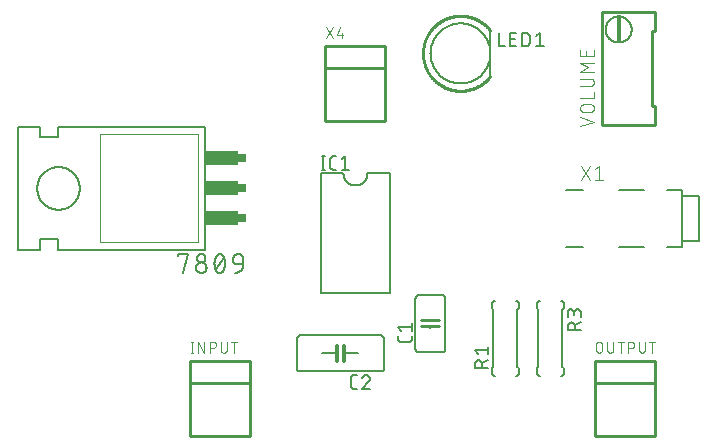
<source format=gbr>
G04 EAGLE Gerber RS-274X export*
G75*
%MOMM*%
%FSLAX34Y34*%
%LPD*%
%INSilkscreen Top*%
%IPPOS*%
%AMOC8*
5,1,8,0,0,1.08239X$1,22.5*%
G01*
%ADD10C,0.152400*%
%ADD11C,0.050800*%
%ADD12R,0.635000X0.762000*%
%ADD13R,2.794000X1.270000*%
%ADD14C,0.177800*%
%ADD15C,0.254000*%
%ADD16C,0.127000*%
%ADD17C,0.304800*%
%ADD18C,0.101600*%
%ADD19C,0.203200*%
%ADD20R,0.400000X2.100000*%


D10*
X50800Y201930D02*
X50800Y306070D01*
X-107950Y306070D02*
X-107950Y201930D01*
X-73660Y306070D02*
X50800Y306070D01*
X-73660Y306070D02*
X-73660Y297180D01*
X-88900Y297180D01*
X-88900Y306070D01*
X-107950Y306070D01*
X-73660Y201930D02*
X50800Y201930D01*
X-73660Y201930D02*
X-73660Y210820D01*
X-88900Y210820D01*
X-88900Y201930D01*
X-107950Y201930D01*
D11*
X44450Y208280D02*
X44450Y299720D01*
X-38100Y299720D01*
X-38100Y208280D01*
X44450Y208280D01*
D10*
X-91694Y254000D02*
X-91689Y254443D01*
X-91672Y254885D01*
X-91645Y255327D01*
X-91607Y255768D01*
X-91558Y256208D01*
X-91499Y256646D01*
X-91428Y257083D01*
X-91347Y257518D01*
X-91256Y257951D01*
X-91154Y258382D01*
X-91041Y258810D01*
X-90917Y259235D01*
X-90784Y259657D01*
X-90640Y260075D01*
X-90486Y260490D01*
X-90321Y260901D01*
X-90147Y261308D01*
X-89963Y261711D01*
X-89768Y262108D01*
X-89565Y262501D01*
X-89351Y262889D01*
X-89128Y263271D01*
X-88896Y263648D01*
X-88655Y264019D01*
X-88404Y264384D01*
X-88145Y264743D01*
X-87877Y265095D01*
X-87600Y265441D01*
X-87316Y265779D01*
X-87022Y266111D01*
X-86721Y266435D01*
X-86412Y266752D01*
X-86095Y267061D01*
X-85771Y267362D01*
X-85439Y267656D01*
X-85101Y267940D01*
X-84755Y268217D01*
X-84403Y268485D01*
X-84044Y268744D01*
X-83679Y268995D01*
X-83308Y269236D01*
X-82931Y269468D01*
X-82549Y269691D01*
X-82161Y269905D01*
X-81768Y270108D01*
X-81371Y270303D01*
X-80968Y270487D01*
X-80561Y270661D01*
X-80150Y270826D01*
X-79735Y270980D01*
X-79317Y271124D01*
X-78895Y271257D01*
X-78470Y271381D01*
X-78042Y271494D01*
X-77611Y271596D01*
X-77178Y271687D01*
X-76743Y271768D01*
X-76306Y271839D01*
X-75868Y271898D01*
X-75428Y271947D01*
X-74987Y271985D01*
X-74545Y272012D01*
X-74103Y272029D01*
X-73660Y272034D01*
X-73217Y272029D01*
X-72775Y272012D01*
X-72333Y271985D01*
X-71892Y271947D01*
X-71452Y271898D01*
X-71014Y271839D01*
X-70577Y271768D01*
X-70142Y271687D01*
X-69709Y271596D01*
X-69278Y271494D01*
X-68850Y271381D01*
X-68425Y271257D01*
X-68003Y271124D01*
X-67585Y270980D01*
X-67170Y270826D01*
X-66759Y270661D01*
X-66352Y270487D01*
X-65949Y270303D01*
X-65552Y270108D01*
X-65159Y269905D01*
X-64771Y269691D01*
X-64389Y269468D01*
X-64012Y269236D01*
X-63641Y268995D01*
X-63276Y268744D01*
X-62917Y268485D01*
X-62565Y268217D01*
X-62219Y267940D01*
X-61881Y267656D01*
X-61549Y267362D01*
X-61225Y267061D01*
X-60908Y266752D01*
X-60599Y266435D01*
X-60298Y266111D01*
X-60004Y265779D01*
X-59720Y265441D01*
X-59443Y265095D01*
X-59175Y264743D01*
X-58916Y264384D01*
X-58665Y264019D01*
X-58424Y263648D01*
X-58192Y263271D01*
X-57969Y262889D01*
X-57755Y262501D01*
X-57552Y262108D01*
X-57357Y261711D01*
X-57173Y261308D01*
X-56999Y260901D01*
X-56834Y260490D01*
X-56680Y260075D01*
X-56536Y259657D01*
X-56403Y259235D01*
X-56279Y258810D01*
X-56166Y258382D01*
X-56064Y257951D01*
X-55973Y257518D01*
X-55892Y257083D01*
X-55821Y256646D01*
X-55762Y256208D01*
X-55713Y255768D01*
X-55675Y255327D01*
X-55648Y254885D01*
X-55631Y254443D01*
X-55626Y254000D01*
X-55631Y253557D01*
X-55648Y253115D01*
X-55675Y252673D01*
X-55713Y252232D01*
X-55762Y251792D01*
X-55821Y251354D01*
X-55892Y250917D01*
X-55973Y250482D01*
X-56064Y250049D01*
X-56166Y249618D01*
X-56279Y249190D01*
X-56403Y248765D01*
X-56536Y248343D01*
X-56680Y247925D01*
X-56834Y247510D01*
X-56999Y247099D01*
X-57173Y246692D01*
X-57357Y246289D01*
X-57552Y245892D01*
X-57755Y245499D01*
X-57969Y245111D01*
X-58192Y244729D01*
X-58424Y244352D01*
X-58665Y243981D01*
X-58916Y243616D01*
X-59175Y243257D01*
X-59443Y242905D01*
X-59720Y242559D01*
X-60004Y242221D01*
X-60298Y241889D01*
X-60599Y241565D01*
X-60908Y241248D01*
X-61225Y240939D01*
X-61549Y240638D01*
X-61881Y240344D01*
X-62219Y240060D01*
X-62565Y239783D01*
X-62917Y239515D01*
X-63276Y239256D01*
X-63641Y239005D01*
X-64012Y238764D01*
X-64389Y238532D01*
X-64771Y238309D01*
X-65159Y238095D01*
X-65552Y237892D01*
X-65949Y237697D01*
X-66352Y237513D01*
X-66759Y237339D01*
X-67170Y237174D01*
X-67585Y237020D01*
X-68003Y236876D01*
X-68425Y236743D01*
X-68850Y236619D01*
X-69278Y236506D01*
X-69709Y236404D01*
X-70142Y236313D01*
X-70577Y236232D01*
X-71014Y236161D01*
X-71452Y236102D01*
X-71892Y236053D01*
X-72333Y236015D01*
X-72775Y235988D01*
X-73217Y235971D01*
X-73660Y235966D01*
X-74103Y235971D01*
X-74545Y235988D01*
X-74987Y236015D01*
X-75428Y236053D01*
X-75868Y236102D01*
X-76306Y236161D01*
X-76743Y236232D01*
X-77178Y236313D01*
X-77611Y236404D01*
X-78042Y236506D01*
X-78470Y236619D01*
X-78895Y236743D01*
X-79317Y236876D01*
X-79735Y237020D01*
X-80150Y237174D01*
X-80561Y237339D01*
X-80968Y237513D01*
X-81371Y237697D01*
X-81768Y237892D01*
X-82161Y238095D01*
X-82549Y238309D01*
X-82931Y238532D01*
X-83308Y238764D01*
X-83679Y239005D01*
X-84044Y239256D01*
X-84403Y239515D01*
X-84755Y239783D01*
X-85101Y240060D01*
X-85439Y240344D01*
X-85771Y240638D01*
X-86095Y240939D01*
X-86412Y241248D01*
X-86721Y241565D01*
X-87022Y241889D01*
X-87316Y242221D01*
X-87600Y242559D01*
X-87877Y242905D01*
X-88145Y243257D01*
X-88404Y243616D01*
X-88655Y243981D01*
X-88896Y244352D01*
X-89128Y244729D01*
X-89351Y245111D01*
X-89565Y245499D01*
X-89768Y245892D01*
X-89963Y246289D01*
X-90147Y246692D01*
X-90321Y247099D01*
X-90486Y247510D01*
X-90640Y247925D01*
X-90784Y248343D01*
X-90917Y248765D01*
X-91041Y249190D01*
X-91154Y249618D01*
X-91256Y250049D01*
X-91347Y250482D01*
X-91428Y250917D01*
X-91499Y251354D01*
X-91558Y251792D01*
X-91607Y252232D01*
X-91645Y252673D01*
X-91672Y253115D01*
X-91689Y253557D01*
X-91694Y254000D01*
D12*
X81915Y279400D03*
X81915Y254000D03*
X81915Y228600D03*
D13*
X64770Y228600D03*
X64770Y254000D03*
X64770Y279400D03*
D14*
X27147Y198501D02*
X27147Y196723D01*
X27147Y198501D02*
X36037Y198501D01*
X31592Y182499D01*
X42779Y186944D02*
X42781Y187076D01*
X42787Y187207D01*
X42797Y187339D01*
X42810Y187470D01*
X42828Y187600D01*
X42849Y187730D01*
X42874Y187860D01*
X42903Y187988D01*
X42936Y188116D01*
X42973Y188242D01*
X43013Y188368D01*
X43057Y188492D01*
X43105Y188615D01*
X43156Y188736D01*
X43211Y188856D01*
X43269Y188974D01*
X43331Y189090D01*
X43397Y189204D01*
X43465Y189317D01*
X43537Y189427D01*
X43612Y189535D01*
X43691Y189641D01*
X43772Y189745D01*
X43857Y189846D01*
X43944Y189944D01*
X44035Y190040D01*
X44128Y190133D01*
X44224Y190224D01*
X44322Y190311D01*
X44423Y190396D01*
X44527Y190477D01*
X44633Y190556D01*
X44741Y190631D01*
X44851Y190703D01*
X44964Y190771D01*
X45078Y190837D01*
X45194Y190899D01*
X45312Y190957D01*
X45432Y191012D01*
X45553Y191063D01*
X45676Y191111D01*
X45800Y191155D01*
X45926Y191195D01*
X46052Y191232D01*
X46180Y191265D01*
X46308Y191294D01*
X46438Y191319D01*
X46568Y191340D01*
X46698Y191358D01*
X46829Y191371D01*
X46961Y191381D01*
X47092Y191387D01*
X47224Y191389D01*
X47356Y191387D01*
X47487Y191381D01*
X47619Y191371D01*
X47750Y191358D01*
X47880Y191340D01*
X48010Y191319D01*
X48140Y191294D01*
X48268Y191265D01*
X48396Y191232D01*
X48522Y191195D01*
X48648Y191155D01*
X48772Y191111D01*
X48895Y191063D01*
X49016Y191012D01*
X49136Y190957D01*
X49254Y190899D01*
X49370Y190837D01*
X49484Y190771D01*
X49597Y190703D01*
X49707Y190631D01*
X49815Y190556D01*
X49921Y190477D01*
X50025Y190396D01*
X50126Y190311D01*
X50224Y190224D01*
X50320Y190133D01*
X50413Y190040D01*
X50504Y189944D01*
X50591Y189846D01*
X50676Y189745D01*
X50757Y189641D01*
X50836Y189535D01*
X50911Y189427D01*
X50983Y189317D01*
X51051Y189204D01*
X51117Y189090D01*
X51179Y188974D01*
X51237Y188856D01*
X51292Y188736D01*
X51343Y188615D01*
X51391Y188492D01*
X51435Y188368D01*
X51475Y188242D01*
X51512Y188116D01*
X51545Y187988D01*
X51574Y187860D01*
X51599Y187730D01*
X51620Y187600D01*
X51638Y187470D01*
X51651Y187339D01*
X51661Y187207D01*
X51667Y187076D01*
X51669Y186944D01*
X51667Y186812D01*
X51661Y186681D01*
X51651Y186549D01*
X51638Y186418D01*
X51620Y186288D01*
X51599Y186158D01*
X51574Y186028D01*
X51545Y185900D01*
X51512Y185772D01*
X51475Y185646D01*
X51435Y185520D01*
X51391Y185396D01*
X51343Y185273D01*
X51292Y185152D01*
X51237Y185032D01*
X51179Y184914D01*
X51117Y184798D01*
X51051Y184684D01*
X50983Y184571D01*
X50911Y184461D01*
X50836Y184353D01*
X50757Y184247D01*
X50676Y184143D01*
X50591Y184042D01*
X50504Y183944D01*
X50413Y183848D01*
X50320Y183755D01*
X50224Y183664D01*
X50126Y183577D01*
X50025Y183492D01*
X49921Y183411D01*
X49815Y183332D01*
X49707Y183257D01*
X49597Y183185D01*
X49484Y183117D01*
X49370Y183051D01*
X49254Y182989D01*
X49136Y182931D01*
X49016Y182876D01*
X48895Y182825D01*
X48772Y182777D01*
X48648Y182733D01*
X48522Y182693D01*
X48396Y182656D01*
X48268Y182623D01*
X48140Y182594D01*
X48010Y182569D01*
X47880Y182548D01*
X47750Y182530D01*
X47619Y182517D01*
X47487Y182507D01*
X47356Y182501D01*
X47224Y182499D01*
X47092Y182501D01*
X46961Y182507D01*
X46829Y182517D01*
X46698Y182530D01*
X46568Y182548D01*
X46438Y182569D01*
X46308Y182594D01*
X46180Y182623D01*
X46052Y182656D01*
X45926Y182693D01*
X45800Y182733D01*
X45676Y182777D01*
X45553Y182825D01*
X45432Y182876D01*
X45312Y182931D01*
X45194Y182989D01*
X45078Y183051D01*
X44964Y183117D01*
X44851Y183185D01*
X44741Y183257D01*
X44633Y183332D01*
X44527Y183411D01*
X44423Y183492D01*
X44322Y183577D01*
X44224Y183664D01*
X44128Y183755D01*
X44035Y183848D01*
X43944Y183944D01*
X43857Y184042D01*
X43772Y184143D01*
X43691Y184247D01*
X43612Y184353D01*
X43537Y184461D01*
X43465Y184571D01*
X43397Y184684D01*
X43331Y184798D01*
X43269Y184914D01*
X43211Y185032D01*
X43156Y185152D01*
X43105Y185273D01*
X43057Y185396D01*
X43013Y185520D01*
X42973Y185646D01*
X42936Y185772D01*
X42903Y185900D01*
X42874Y186028D01*
X42849Y186158D01*
X42828Y186288D01*
X42810Y186418D01*
X42797Y186549D01*
X42787Y186681D01*
X42781Y186812D01*
X42779Y186944D01*
X43668Y194945D02*
X43670Y195063D01*
X43676Y195180D01*
X43685Y195297D01*
X43699Y195414D01*
X43716Y195530D01*
X43738Y195646D01*
X43763Y195761D01*
X43792Y195875D01*
X43824Y195988D01*
X43861Y196100D01*
X43901Y196210D01*
X43944Y196319D01*
X43992Y196427D01*
X44042Y196533D01*
X44097Y196637D01*
X44154Y196740D01*
X44215Y196840D01*
X44280Y196939D01*
X44347Y197035D01*
X44418Y197129D01*
X44492Y197221D01*
X44568Y197310D01*
X44648Y197396D01*
X44730Y197480D01*
X44816Y197561D01*
X44903Y197639D01*
X44994Y197715D01*
X45087Y197787D01*
X45182Y197856D01*
X45279Y197922D01*
X45379Y197985D01*
X45480Y198044D01*
X45583Y198100D01*
X45689Y198152D01*
X45796Y198201D01*
X45904Y198247D01*
X46014Y198289D01*
X46125Y198327D01*
X46238Y198361D01*
X46351Y198392D01*
X46466Y198419D01*
X46581Y198442D01*
X46697Y198462D01*
X46813Y198477D01*
X46930Y198489D01*
X47048Y198497D01*
X47165Y198501D01*
X47283Y198501D01*
X47400Y198497D01*
X47518Y198489D01*
X47635Y198477D01*
X47751Y198462D01*
X47867Y198442D01*
X47982Y198419D01*
X48097Y198392D01*
X48210Y198361D01*
X48323Y198327D01*
X48434Y198289D01*
X48544Y198247D01*
X48652Y198201D01*
X48759Y198152D01*
X48865Y198100D01*
X48968Y198044D01*
X49069Y197985D01*
X49169Y197922D01*
X49266Y197856D01*
X49361Y197787D01*
X49454Y197715D01*
X49545Y197639D01*
X49632Y197561D01*
X49718Y197480D01*
X49800Y197396D01*
X49880Y197310D01*
X49956Y197221D01*
X50030Y197129D01*
X50101Y197035D01*
X50168Y196939D01*
X50233Y196840D01*
X50294Y196740D01*
X50351Y196637D01*
X50406Y196533D01*
X50456Y196427D01*
X50504Y196319D01*
X50547Y196210D01*
X50587Y196100D01*
X50624Y195988D01*
X50656Y195875D01*
X50685Y195761D01*
X50710Y195646D01*
X50732Y195530D01*
X50749Y195414D01*
X50763Y195297D01*
X50772Y195180D01*
X50778Y195063D01*
X50780Y194945D01*
X50778Y194827D01*
X50772Y194710D01*
X50763Y194593D01*
X50749Y194476D01*
X50732Y194360D01*
X50710Y194244D01*
X50685Y194129D01*
X50656Y194015D01*
X50624Y193902D01*
X50587Y193790D01*
X50547Y193680D01*
X50504Y193571D01*
X50456Y193463D01*
X50406Y193357D01*
X50351Y193253D01*
X50294Y193150D01*
X50233Y193050D01*
X50168Y192951D01*
X50101Y192855D01*
X50030Y192761D01*
X49956Y192669D01*
X49880Y192580D01*
X49800Y192494D01*
X49718Y192410D01*
X49632Y192329D01*
X49545Y192251D01*
X49454Y192175D01*
X49361Y192103D01*
X49266Y192034D01*
X49169Y191968D01*
X49069Y191905D01*
X48968Y191846D01*
X48865Y191790D01*
X48759Y191738D01*
X48652Y191689D01*
X48544Y191643D01*
X48434Y191601D01*
X48323Y191563D01*
X48210Y191529D01*
X48097Y191498D01*
X47982Y191471D01*
X47867Y191448D01*
X47751Y191428D01*
X47635Y191413D01*
X47518Y191401D01*
X47400Y191393D01*
X47283Y191389D01*
X47165Y191389D01*
X47048Y191393D01*
X46930Y191401D01*
X46813Y191413D01*
X46697Y191428D01*
X46581Y191448D01*
X46466Y191471D01*
X46351Y191498D01*
X46238Y191529D01*
X46125Y191563D01*
X46014Y191601D01*
X45904Y191643D01*
X45796Y191689D01*
X45689Y191738D01*
X45583Y191790D01*
X45480Y191846D01*
X45379Y191905D01*
X45279Y191968D01*
X45182Y192034D01*
X45087Y192103D01*
X44994Y192175D01*
X44903Y192251D01*
X44816Y192329D01*
X44730Y192410D01*
X44648Y192494D01*
X44568Y192580D01*
X44492Y192669D01*
X44418Y192761D01*
X44347Y192855D01*
X44280Y192951D01*
X44215Y193050D01*
X44154Y193150D01*
X44097Y193253D01*
X44042Y193357D01*
X43992Y193463D01*
X43944Y193571D01*
X43901Y193680D01*
X43861Y193790D01*
X43824Y193902D01*
X43792Y194015D01*
X43763Y194129D01*
X43738Y194244D01*
X43716Y194360D01*
X43699Y194476D01*
X43685Y194593D01*
X43676Y194710D01*
X43670Y194827D01*
X43668Y194945D01*
X58410Y190500D02*
X58414Y190815D01*
X58425Y191129D01*
X58444Y191444D01*
X58470Y191757D01*
X58504Y192070D01*
X58545Y192382D01*
X58594Y192693D01*
X58650Y193003D01*
X58713Y193312D01*
X58784Y193618D01*
X58862Y193923D01*
X58947Y194226D01*
X59040Y194527D01*
X59140Y194826D01*
X59247Y195122D01*
X59360Y195416D01*
X59481Y195706D01*
X59609Y195994D01*
X59744Y196279D01*
X59782Y196385D01*
X59825Y196490D01*
X59870Y196594D01*
X59920Y196696D01*
X59973Y196796D01*
X60029Y196895D01*
X60089Y196991D01*
X60152Y197085D01*
X60218Y197177D01*
X60287Y197267D01*
X60359Y197354D01*
X60435Y197439D01*
X60513Y197521D01*
X60594Y197600D01*
X60677Y197677D01*
X60764Y197750D01*
X60852Y197821D01*
X60943Y197888D01*
X61037Y197953D01*
X61132Y198014D01*
X61230Y198071D01*
X61329Y198126D01*
X61430Y198176D01*
X61533Y198224D01*
X61638Y198268D01*
X61744Y198308D01*
X61851Y198344D01*
X61960Y198377D01*
X62069Y198406D01*
X62180Y198431D01*
X62291Y198452D01*
X62403Y198470D01*
X62516Y198483D01*
X62629Y198493D01*
X62742Y198499D01*
X62855Y198501D01*
X62968Y198499D01*
X63081Y198493D01*
X63194Y198483D01*
X63307Y198470D01*
X63419Y198452D01*
X63530Y198431D01*
X63641Y198406D01*
X63750Y198377D01*
X63859Y198344D01*
X63966Y198308D01*
X64072Y198268D01*
X64177Y198224D01*
X64280Y198176D01*
X64381Y198126D01*
X64480Y198071D01*
X64578Y198014D01*
X64673Y197953D01*
X64767Y197888D01*
X64858Y197821D01*
X64946Y197750D01*
X65033Y197677D01*
X65116Y197600D01*
X65197Y197521D01*
X65275Y197439D01*
X65351Y197354D01*
X65423Y197267D01*
X65492Y197177D01*
X65558Y197085D01*
X65621Y196991D01*
X65681Y196895D01*
X65737Y196796D01*
X65790Y196696D01*
X65840Y196594D01*
X65885Y196490D01*
X65928Y196385D01*
X65966Y196279D01*
X66101Y195994D01*
X66229Y195706D01*
X66350Y195416D01*
X66463Y195122D01*
X66570Y194826D01*
X66670Y194527D01*
X66763Y194226D01*
X66848Y193923D01*
X66926Y193618D01*
X66997Y193312D01*
X67060Y193003D01*
X67116Y192693D01*
X67165Y192382D01*
X67206Y192070D01*
X67240Y191757D01*
X67266Y191444D01*
X67285Y191129D01*
X67296Y190815D01*
X67300Y190500D01*
X58410Y190500D02*
X58414Y190185D01*
X58425Y189871D01*
X58444Y189556D01*
X58470Y189243D01*
X58504Y188930D01*
X58545Y188618D01*
X58594Y188307D01*
X58650Y187997D01*
X58713Y187688D01*
X58784Y187382D01*
X58862Y187077D01*
X58947Y186774D01*
X59040Y186473D01*
X59140Y186174D01*
X59247Y185878D01*
X59360Y185584D01*
X59481Y185294D01*
X59609Y185006D01*
X59744Y184721D01*
X59782Y184615D01*
X59825Y184510D01*
X59870Y184406D01*
X59920Y184304D01*
X59973Y184204D01*
X60029Y184105D01*
X60089Y184009D01*
X60152Y183915D01*
X60218Y183823D01*
X60287Y183733D01*
X60359Y183646D01*
X60435Y183561D01*
X60513Y183479D01*
X60594Y183400D01*
X60677Y183323D01*
X60764Y183250D01*
X60852Y183179D01*
X60943Y183112D01*
X61037Y183047D01*
X61132Y182986D01*
X61230Y182929D01*
X61329Y182874D01*
X61430Y182824D01*
X61533Y182776D01*
X61638Y182732D01*
X61744Y182692D01*
X61851Y182656D01*
X61960Y182623D01*
X62069Y182594D01*
X62180Y182569D01*
X62291Y182548D01*
X62403Y182530D01*
X62516Y182517D01*
X62629Y182507D01*
X62742Y182501D01*
X62855Y182499D01*
X65966Y184721D02*
X66101Y185006D01*
X66229Y185294D01*
X66350Y185584D01*
X66463Y185878D01*
X66570Y186174D01*
X66670Y186473D01*
X66763Y186774D01*
X66848Y187077D01*
X66926Y187382D01*
X66997Y187688D01*
X67060Y187997D01*
X67116Y188307D01*
X67165Y188618D01*
X67206Y188930D01*
X67240Y189243D01*
X67266Y189556D01*
X67285Y189871D01*
X67296Y190185D01*
X67300Y190500D01*
X65966Y184721D02*
X65928Y184615D01*
X65885Y184510D01*
X65840Y184406D01*
X65790Y184304D01*
X65737Y184204D01*
X65681Y184105D01*
X65621Y184009D01*
X65558Y183915D01*
X65492Y183823D01*
X65423Y183733D01*
X65351Y183646D01*
X65275Y183561D01*
X65197Y183479D01*
X65116Y183400D01*
X65033Y183323D01*
X64946Y183250D01*
X64858Y183179D01*
X64767Y183112D01*
X64673Y183047D01*
X64578Y182986D01*
X64480Y182929D01*
X64381Y182874D01*
X64280Y182824D01*
X64177Y182776D01*
X64072Y182732D01*
X63966Y182692D01*
X63859Y182656D01*
X63750Y182623D01*
X63641Y182594D01*
X63530Y182569D01*
X63419Y182548D01*
X63307Y182530D01*
X63194Y182517D01*
X63081Y182507D01*
X62968Y182501D01*
X62855Y182499D01*
X59299Y186055D02*
X66411Y194945D01*
X77597Y189611D02*
X82931Y189611D01*
X77597Y189611D02*
X77481Y189613D01*
X77364Y189619D01*
X77248Y189628D01*
X77133Y189641D01*
X77018Y189658D01*
X76903Y189679D01*
X76790Y189704D01*
X76677Y189732D01*
X76565Y189764D01*
X76454Y189800D01*
X76344Y189839D01*
X76236Y189882D01*
X76129Y189928D01*
X76024Y189978D01*
X75921Y190031D01*
X75819Y190087D01*
X75719Y190147D01*
X75621Y190210D01*
X75526Y190277D01*
X75432Y190346D01*
X75341Y190418D01*
X75252Y190493D01*
X75166Y190572D01*
X75083Y190653D01*
X75002Y190736D01*
X74923Y190822D01*
X74848Y190911D01*
X74776Y191002D01*
X74707Y191096D01*
X74640Y191191D01*
X74577Y191289D01*
X74517Y191389D01*
X74461Y191491D01*
X74408Y191594D01*
X74358Y191699D01*
X74312Y191806D01*
X74269Y191914D01*
X74230Y192024D01*
X74194Y192135D01*
X74162Y192247D01*
X74134Y192360D01*
X74109Y192473D01*
X74088Y192588D01*
X74071Y192703D01*
X74058Y192818D01*
X74049Y192934D01*
X74043Y193051D01*
X74041Y193167D01*
X74041Y194056D01*
X74043Y194188D01*
X74049Y194319D01*
X74059Y194451D01*
X74072Y194582D01*
X74090Y194712D01*
X74111Y194842D01*
X74136Y194972D01*
X74165Y195100D01*
X74198Y195228D01*
X74235Y195354D01*
X74275Y195480D01*
X74319Y195604D01*
X74367Y195727D01*
X74418Y195848D01*
X74473Y195968D01*
X74531Y196086D01*
X74593Y196202D01*
X74659Y196316D01*
X74727Y196429D01*
X74799Y196539D01*
X74874Y196647D01*
X74953Y196753D01*
X75034Y196857D01*
X75119Y196958D01*
X75206Y197056D01*
X75297Y197152D01*
X75390Y197245D01*
X75486Y197336D01*
X75584Y197423D01*
X75685Y197508D01*
X75789Y197589D01*
X75895Y197668D01*
X76003Y197743D01*
X76113Y197815D01*
X76226Y197883D01*
X76340Y197949D01*
X76456Y198011D01*
X76574Y198069D01*
X76694Y198124D01*
X76815Y198175D01*
X76938Y198223D01*
X77062Y198267D01*
X77188Y198307D01*
X77314Y198344D01*
X77442Y198377D01*
X77570Y198406D01*
X77700Y198431D01*
X77830Y198452D01*
X77960Y198470D01*
X78091Y198483D01*
X78223Y198493D01*
X78354Y198499D01*
X78486Y198501D01*
X78618Y198499D01*
X78749Y198493D01*
X78881Y198483D01*
X79012Y198470D01*
X79142Y198452D01*
X79272Y198431D01*
X79402Y198406D01*
X79530Y198377D01*
X79658Y198344D01*
X79784Y198307D01*
X79910Y198267D01*
X80034Y198223D01*
X80157Y198175D01*
X80278Y198124D01*
X80398Y198069D01*
X80516Y198011D01*
X80632Y197949D01*
X80746Y197883D01*
X80859Y197815D01*
X80969Y197743D01*
X81077Y197668D01*
X81183Y197589D01*
X81287Y197508D01*
X81388Y197423D01*
X81486Y197336D01*
X81582Y197245D01*
X81675Y197152D01*
X81766Y197056D01*
X81853Y196958D01*
X81938Y196857D01*
X82019Y196753D01*
X82098Y196647D01*
X82173Y196539D01*
X82245Y196429D01*
X82313Y196316D01*
X82379Y196202D01*
X82441Y196086D01*
X82499Y195968D01*
X82554Y195848D01*
X82605Y195727D01*
X82653Y195604D01*
X82697Y195480D01*
X82737Y195354D01*
X82774Y195228D01*
X82807Y195100D01*
X82836Y194972D01*
X82861Y194842D01*
X82882Y194712D01*
X82900Y194582D01*
X82913Y194451D01*
X82923Y194319D01*
X82929Y194188D01*
X82931Y194056D01*
X82931Y189611D01*
X82929Y189439D01*
X82923Y189267D01*
X82912Y189096D01*
X82898Y188925D01*
X82879Y188754D01*
X82856Y188583D01*
X82829Y188414D01*
X82799Y188245D01*
X82763Y188076D01*
X82724Y187909D01*
X82681Y187743D01*
X82634Y187577D01*
X82583Y187413D01*
X82528Y187250D01*
X82469Y187089D01*
X82406Y186929D01*
X82339Y186771D01*
X82269Y186614D01*
X82194Y186459D01*
X82116Y186306D01*
X82035Y186155D01*
X81949Y186006D01*
X81860Y185858D01*
X81768Y185714D01*
X81672Y185571D01*
X81573Y185431D01*
X81470Y185293D01*
X81364Y185158D01*
X81255Y185025D01*
X81142Y184895D01*
X81027Y184768D01*
X80908Y184643D01*
X80787Y184522D01*
X80662Y184403D01*
X80535Y184288D01*
X80405Y184175D01*
X80272Y184066D01*
X80137Y183960D01*
X79999Y183857D01*
X79859Y183758D01*
X79716Y183662D01*
X79572Y183570D01*
X79424Y183481D01*
X79275Y183395D01*
X79124Y183314D01*
X78971Y183236D01*
X78816Y183161D01*
X78659Y183091D01*
X78501Y183024D01*
X78341Y182961D01*
X78180Y182902D01*
X78017Y182847D01*
X77853Y182796D01*
X77687Y182749D01*
X77521Y182706D01*
X77354Y182667D01*
X77185Y182631D01*
X77016Y182601D01*
X76847Y182574D01*
X76676Y182551D01*
X76505Y182532D01*
X76334Y182518D01*
X76163Y182507D01*
X75991Y182501D01*
X75819Y182499D01*
D10*
X228600Y161290D02*
X228600Y118110D01*
X254000Y118110D02*
X254000Y161290D01*
X251460Y163830D02*
X231140Y163830D01*
X231140Y115570D02*
X251460Y115570D01*
X228600Y161290D02*
X228602Y161390D01*
X228608Y161489D01*
X228618Y161589D01*
X228631Y161687D01*
X228649Y161786D01*
X228670Y161883D01*
X228695Y161979D01*
X228724Y162075D01*
X228757Y162169D01*
X228793Y162262D01*
X228833Y162353D01*
X228877Y162443D01*
X228924Y162531D01*
X228974Y162617D01*
X229028Y162701D01*
X229085Y162783D01*
X229145Y162862D01*
X229209Y162940D01*
X229275Y163014D01*
X229344Y163086D01*
X229416Y163155D01*
X229490Y163221D01*
X229568Y163285D01*
X229647Y163345D01*
X229729Y163402D01*
X229813Y163456D01*
X229899Y163506D01*
X229987Y163553D01*
X230077Y163597D01*
X230168Y163637D01*
X230261Y163673D01*
X230355Y163706D01*
X230451Y163735D01*
X230547Y163760D01*
X230644Y163781D01*
X230743Y163799D01*
X230841Y163812D01*
X230941Y163822D01*
X231040Y163828D01*
X231140Y163830D01*
X228600Y118110D02*
X228602Y118010D01*
X228608Y117911D01*
X228618Y117811D01*
X228631Y117713D01*
X228649Y117614D01*
X228670Y117517D01*
X228695Y117421D01*
X228724Y117325D01*
X228757Y117231D01*
X228793Y117138D01*
X228833Y117047D01*
X228877Y116957D01*
X228924Y116869D01*
X228974Y116783D01*
X229028Y116699D01*
X229085Y116617D01*
X229145Y116538D01*
X229209Y116460D01*
X229275Y116386D01*
X229344Y116314D01*
X229416Y116245D01*
X229490Y116179D01*
X229568Y116115D01*
X229647Y116055D01*
X229729Y115998D01*
X229813Y115944D01*
X229899Y115894D01*
X229987Y115847D01*
X230077Y115803D01*
X230168Y115763D01*
X230261Y115727D01*
X230355Y115694D01*
X230451Y115665D01*
X230547Y115640D01*
X230644Y115619D01*
X230743Y115601D01*
X230841Y115588D01*
X230941Y115578D01*
X231040Y115572D01*
X231140Y115570D01*
X254000Y161290D02*
X253998Y161390D01*
X253992Y161489D01*
X253982Y161589D01*
X253969Y161687D01*
X253951Y161786D01*
X253930Y161883D01*
X253905Y161979D01*
X253876Y162075D01*
X253843Y162169D01*
X253807Y162262D01*
X253767Y162353D01*
X253723Y162443D01*
X253676Y162531D01*
X253626Y162617D01*
X253572Y162701D01*
X253515Y162783D01*
X253455Y162862D01*
X253391Y162940D01*
X253325Y163014D01*
X253256Y163086D01*
X253184Y163155D01*
X253110Y163221D01*
X253032Y163285D01*
X252953Y163345D01*
X252871Y163402D01*
X252787Y163456D01*
X252701Y163506D01*
X252613Y163553D01*
X252523Y163597D01*
X252432Y163637D01*
X252339Y163673D01*
X252245Y163706D01*
X252149Y163735D01*
X252053Y163760D01*
X251956Y163781D01*
X251857Y163799D01*
X251759Y163812D01*
X251659Y163822D01*
X251560Y163828D01*
X251460Y163830D01*
X254000Y118110D02*
X253998Y118010D01*
X253992Y117911D01*
X253982Y117811D01*
X253969Y117713D01*
X253951Y117614D01*
X253930Y117517D01*
X253905Y117421D01*
X253876Y117325D01*
X253843Y117231D01*
X253807Y117138D01*
X253767Y117047D01*
X253723Y116957D01*
X253676Y116869D01*
X253626Y116783D01*
X253572Y116699D01*
X253515Y116617D01*
X253455Y116538D01*
X253391Y116460D01*
X253325Y116386D01*
X253256Y116314D01*
X253184Y116245D01*
X253110Y116179D01*
X253032Y116115D01*
X252953Y116055D01*
X252871Y115998D01*
X252787Y115944D01*
X252701Y115894D01*
X252613Y115847D01*
X252523Y115803D01*
X252432Y115763D01*
X252339Y115727D01*
X252245Y115694D01*
X252149Y115665D01*
X252053Y115640D01*
X251956Y115619D01*
X251857Y115601D01*
X251759Y115588D01*
X251659Y115578D01*
X251560Y115572D01*
X251460Y115570D01*
X241300Y142240D02*
X241300Y143510D01*
D15*
X241300Y142240D02*
X233680Y142240D01*
X241300Y142240D02*
X248920Y142240D01*
X241300Y137160D02*
X233680Y137160D01*
X241300Y137160D02*
X248920Y137160D01*
D10*
X241300Y137160D02*
X241300Y135890D01*
D16*
X225425Y128905D02*
X225425Y126365D01*
X225423Y126265D01*
X225417Y126166D01*
X225407Y126066D01*
X225394Y125968D01*
X225376Y125869D01*
X225355Y125772D01*
X225330Y125676D01*
X225301Y125580D01*
X225268Y125486D01*
X225232Y125393D01*
X225192Y125302D01*
X225148Y125212D01*
X225101Y125124D01*
X225051Y125038D01*
X224997Y124954D01*
X224940Y124872D01*
X224880Y124793D01*
X224816Y124715D01*
X224750Y124641D01*
X224681Y124569D01*
X224609Y124500D01*
X224535Y124434D01*
X224457Y124370D01*
X224378Y124310D01*
X224296Y124253D01*
X224212Y124199D01*
X224126Y124149D01*
X224038Y124102D01*
X223948Y124058D01*
X223857Y124018D01*
X223764Y123982D01*
X223670Y123949D01*
X223574Y123920D01*
X223478Y123895D01*
X223381Y123874D01*
X223282Y123856D01*
X223184Y123843D01*
X223084Y123833D01*
X222985Y123827D01*
X222885Y123825D01*
X216535Y123825D01*
X216435Y123827D01*
X216336Y123833D01*
X216236Y123843D01*
X216138Y123856D01*
X216039Y123874D01*
X215942Y123895D01*
X215846Y123920D01*
X215750Y123949D01*
X215656Y123982D01*
X215563Y124018D01*
X215472Y124058D01*
X215382Y124102D01*
X215294Y124149D01*
X215208Y124199D01*
X215124Y124253D01*
X215042Y124310D01*
X214963Y124370D01*
X214885Y124434D01*
X214811Y124500D01*
X214739Y124569D01*
X214670Y124641D01*
X214604Y124715D01*
X214540Y124793D01*
X214480Y124872D01*
X214423Y124954D01*
X214369Y125038D01*
X214319Y125124D01*
X214272Y125212D01*
X214228Y125302D01*
X214188Y125393D01*
X214152Y125486D01*
X214119Y125580D01*
X214090Y125676D01*
X214065Y125772D01*
X214044Y125869D01*
X214026Y125968D01*
X214013Y126066D01*
X214003Y126166D01*
X213997Y126265D01*
X213995Y126365D01*
X213995Y128905D01*
X216535Y133387D02*
X213995Y136562D01*
X225425Y136562D01*
X225425Y133387D02*
X225425Y139737D01*
D17*
X168148Y114300D02*
X168148Y107950D01*
X168148Y114300D02*
X168148Y120650D01*
D10*
X168148Y114300D02*
X180340Y114300D01*
D17*
X161798Y114300D02*
X161798Y107950D01*
X161798Y114300D02*
X161798Y120650D01*
D10*
X161798Y114300D02*
X149860Y114300D01*
X201930Y101600D02*
X201930Y127000D01*
X199390Y129540D02*
X130810Y129540D01*
X128270Y127000D02*
X128270Y101600D01*
X130810Y99060D02*
X199390Y99060D01*
X130810Y99060D02*
X130710Y99062D01*
X130611Y99068D01*
X130511Y99078D01*
X130413Y99091D01*
X130314Y99109D01*
X130217Y99130D01*
X130121Y99155D01*
X130025Y99184D01*
X129931Y99217D01*
X129838Y99253D01*
X129747Y99293D01*
X129657Y99337D01*
X129569Y99384D01*
X129483Y99434D01*
X129399Y99488D01*
X129317Y99545D01*
X129238Y99605D01*
X129160Y99669D01*
X129086Y99735D01*
X129014Y99804D01*
X128945Y99876D01*
X128879Y99950D01*
X128815Y100028D01*
X128755Y100107D01*
X128698Y100189D01*
X128644Y100273D01*
X128594Y100359D01*
X128547Y100447D01*
X128503Y100537D01*
X128463Y100628D01*
X128427Y100721D01*
X128394Y100815D01*
X128365Y100911D01*
X128340Y101007D01*
X128319Y101104D01*
X128301Y101203D01*
X128288Y101301D01*
X128278Y101401D01*
X128272Y101500D01*
X128270Y101600D01*
X128270Y127000D02*
X128272Y127100D01*
X128278Y127199D01*
X128288Y127299D01*
X128301Y127397D01*
X128319Y127496D01*
X128340Y127593D01*
X128365Y127689D01*
X128394Y127785D01*
X128427Y127879D01*
X128463Y127972D01*
X128503Y128063D01*
X128547Y128153D01*
X128594Y128241D01*
X128644Y128327D01*
X128698Y128411D01*
X128755Y128493D01*
X128815Y128572D01*
X128879Y128650D01*
X128945Y128724D01*
X129014Y128796D01*
X129086Y128865D01*
X129160Y128931D01*
X129238Y128995D01*
X129317Y129055D01*
X129399Y129112D01*
X129483Y129166D01*
X129569Y129216D01*
X129657Y129263D01*
X129747Y129307D01*
X129838Y129347D01*
X129931Y129383D01*
X130025Y129416D01*
X130121Y129445D01*
X130217Y129470D01*
X130314Y129491D01*
X130413Y129509D01*
X130511Y129522D01*
X130611Y129532D01*
X130710Y129538D01*
X130810Y129540D01*
X199390Y129540D02*
X199490Y129538D01*
X199589Y129532D01*
X199689Y129522D01*
X199787Y129509D01*
X199886Y129491D01*
X199983Y129470D01*
X200079Y129445D01*
X200175Y129416D01*
X200269Y129383D01*
X200362Y129347D01*
X200453Y129307D01*
X200543Y129263D01*
X200631Y129216D01*
X200717Y129166D01*
X200801Y129112D01*
X200883Y129055D01*
X200962Y128995D01*
X201040Y128931D01*
X201114Y128865D01*
X201186Y128796D01*
X201255Y128724D01*
X201321Y128650D01*
X201385Y128572D01*
X201445Y128493D01*
X201502Y128411D01*
X201556Y128327D01*
X201606Y128241D01*
X201653Y128153D01*
X201697Y128063D01*
X201737Y127972D01*
X201773Y127879D01*
X201806Y127785D01*
X201835Y127689D01*
X201860Y127593D01*
X201881Y127496D01*
X201899Y127397D01*
X201912Y127299D01*
X201922Y127199D01*
X201928Y127100D01*
X201930Y127000D01*
X201930Y101600D02*
X201928Y101500D01*
X201922Y101401D01*
X201912Y101301D01*
X201899Y101203D01*
X201881Y101104D01*
X201860Y101007D01*
X201835Y100911D01*
X201806Y100815D01*
X201773Y100721D01*
X201737Y100628D01*
X201697Y100537D01*
X201653Y100447D01*
X201606Y100359D01*
X201556Y100273D01*
X201502Y100189D01*
X201445Y100107D01*
X201385Y100028D01*
X201321Y99950D01*
X201255Y99876D01*
X201186Y99804D01*
X201114Y99735D01*
X201040Y99669D01*
X200962Y99605D01*
X200883Y99545D01*
X200801Y99488D01*
X200717Y99434D01*
X200631Y99384D01*
X200543Y99337D01*
X200453Y99293D01*
X200362Y99253D01*
X200269Y99217D01*
X200175Y99184D01*
X200079Y99155D01*
X199983Y99130D01*
X199886Y99109D01*
X199787Y99091D01*
X199689Y99078D01*
X199589Y99068D01*
X199490Y99062D01*
X199390Y99060D01*
D16*
X179033Y84455D02*
X176493Y84455D01*
X176393Y84457D01*
X176294Y84463D01*
X176194Y84473D01*
X176096Y84486D01*
X175997Y84504D01*
X175900Y84525D01*
X175804Y84550D01*
X175708Y84579D01*
X175614Y84612D01*
X175521Y84648D01*
X175430Y84688D01*
X175340Y84732D01*
X175252Y84779D01*
X175166Y84829D01*
X175082Y84883D01*
X175000Y84940D01*
X174921Y85000D01*
X174843Y85064D01*
X174769Y85130D01*
X174697Y85199D01*
X174628Y85271D01*
X174562Y85345D01*
X174498Y85423D01*
X174438Y85502D01*
X174381Y85584D01*
X174327Y85668D01*
X174277Y85754D01*
X174230Y85842D01*
X174186Y85932D01*
X174146Y86023D01*
X174110Y86116D01*
X174077Y86210D01*
X174048Y86306D01*
X174023Y86402D01*
X174002Y86499D01*
X173984Y86598D01*
X173971Y86696D01*
X173961Y86796D01*
X173955Y86895D01*
X173953Y86995D01*
X173953Y93345D01*
X173955Y93445D01*
X173961Y93544D01*
X173971Y93644D01*
X173984Y93742D01*
X174002Y93841D01*
X174023Y93938D01*
X174048Y94034D01*
X174077Y94130D01*
X174110Y94224D01*
X174146Y94317D01*
X174186Y94408D01*
X174230Y94498D01*
X174277Y94586D01*
X174327Y94672D01*
X174381Y94756D01*
X174438Y94838D01*
X174498Y94917D01*
X174562Y94995D01*
X174628Y95069D01*
X174697Y95141D01*
X174769Y95210D01*
X174843Y95276D01*
X174921Y95340D01*
X175000Y95400D01*
X175082Y95457D01*
X175166Y95511D01*
X175252Y95561D01*
X175340Y95608D01*
X175430Y95652D01*
X175521Y95692D01*
X175614Y95728D01*
X175708Y95761D01*
X175804Y95790D01*
X175900Y95815D01*
X175997Y95836D01*
X176096Y95854D01*
X176194Y95867D01*
X176294Y95877D01*
X176393Y95883D01*
X176493Y95885D01*
X179033Y95885D01*
X187008Y95886D02*
X187112Y95884D01*
X187217Y95878D01*
X187321Y95869D01*
X187424Y95856D01*
X187527Y95838D01*
X187629Y95818D01*
X187731Y95793D01*
X187831Y95765D01*
X187931Y95733D01*
X188029Y95697D01*
X188126Y95658D01*
X188221Y95616D01*
X188315Y95570D01*
X188407Y95520D01*
X188497Y95468D01*
X188585Y95412D01*
X188671Y95352D01*
X188755Y95290D01*
X188836Y95225D01*
X188915Y95157D01*
X188992Y95085D01*
X189065Y95012D01*
X189137Y94935D01*
X189205Y94856D01*
X189270Y94775D01*
X189332Y94691D01*
X189392Y94605D01*
X189448Y94517D01*
X189500Y94427D01*
X189550Y94335D01*
X189596Y94241D01*
X189638Y94146D01*
X189677Y94049D01*
X189713Y93951D01*
X189745Y93851D01*
X189773Y93751D01*
X189798Y93649D01*
X189818Y93547D01*
X189836Y93444D01*
X189849Y93341D01*
X189858Y93237D01*
X189864Y93132D01*
X189866Y93028D01*
X187008Y95885D02*
X186890Y95883D01*
X186771Y95877D01*
X186653Y95868D01*
X186536Y95855D01*
X186419Y95837D01*
X186302Y95817D01*
X186186Y95792D01*
X186071Y95764D01*
X185958Y95731D01*
X185845Y95696D01*
X185733Y95656D01*
X185623Y95614D01*
X185514Y95567D01*
X185406Y95517D01*
X185301Y95464D01*
X185197Y95407D01*
X185095Y95347D01*
X184995Y95284D01*
X184897Y95217D01*
X184801Y95148D01*
X184708Y95075D01*
X184617Y94999D01*
X184528Y94921D01*
X184442Y94839D01*
X184359Y94755D01*
X184278Y94669D01*
X184201Y94579D01*
X184126Y94488D01*
X184054Y94394D01*
X183985Y94297D01*
X183920Y94199D01*
X183857Y94098D01*
X183798Y93995D01*
X183742Y93891D01*
X183690Y93785D01*
X183641Y93677D01*
X183596Y93568D01*
X183554Y93457D01*
X183516Y93345D01*
X188913Y90806D02*
X188989Y90881D01*
X189064Y90960D01*
X189135Y91041D01*
X189204Y91125D01*
X189269Y91211D01*
X189331Y91299D01*
X189391Y91389D01*
X189447Y91481D01*
X189500Y91576D01*
X189549Y91672D01*
X189595Y91770D01*
X189638Y91869D01*
X189677Y91970D01*
X189712Y92072D01*
X189744Y92175D01*
X189772Y92279D01*
X189797Y92384D01*
X189818Y92491D01*
X189835Y92597D01*
X189848Y92704D01*
X189857Y92812D01*
X189863Y92920D01*
X189865Y93028D01*
X188913Y90805D02*
X183515Y84455D01*
X189865Y84455D01*
D10*
X207010Y165100D02*
X207010Y266700D01*
X148590Y266700D02*
X148590Y165100D01*
X207010Y165100D01*
X207010Y266700D02*
X187960Y266700D01*
X167640Y266700D02*
X148590Y266700D01*
X167640Y266700D02*
X167643Y266453D01*
X167652Y266205D01*
X167667Y265958D01*
X167688Y265712D01*
X167715Y265466D01*
X167748Y265221D01*
X167787Y264976D01*
X167832Y264733D01*
X167883Y264491D01*
X167940Y264250D01*
X168002Y264011D01*
X168071Y263773D01*
X168145Y263537D01*
X168225Y263303D01*
X168310Y263071D01*
X168402Y262841D01*
X168498Y262613D01*
X168601Y262388D01*
X168708Y262165D01*
X168822Y261945D01*
X168940Y261728D01*
X169064Y261513D01*
X169193Y261302D01*
X169327Y261094D01*
X169466Y260889D01*
X169610Y260688D01*
X169758Y260490D01*
X169912Y260296D01*
X170070Y260106D01*
X170233Y259920D01*
X170400Y259738D01*
X170572Y259560D01*
X170748Y259386D01*
X170928Y259216D01*
X171113Y259051D01*
X171301Y258891D01*
X171493Y258735D01*
X171689Y258583D01*
X171888Y258437D01*
X172091Y258295D01*
X172298Y258159D01*
X172507Y258027D01*
X172720Y257901D01*
X172936Y257780D01*
X173154Y257664D01*
X173376Y257554D01*
X173600Y257449D01*
X173826Y257349D01*
X174055Y257255D01*
X174286Y257167D01*
X174520Y257084D01*
X174755Y257007D01*
X174992Y256936D01*
X175230Y256870D01*
X175470Y256811D01*
X175712Y256757D01*
X175955Y256709D01*
X176198Y256667D01*
X176443Y256631D01*
X176689Y256601D01*
X176935Y256577D01*
X177182Y256559D01*
X177429Y256547D01*
X177676Y256541D01*
X177924Y256541D01*
X178171Y256547D01*
X178418Y256559D01*
X178665Y256577D01*
X178911Y256601D01*
X179157Y256631D01*
X179402Y256667D01*
X179645Y256709D01*
X179888Y256757D01*
X180130Y256811D01*
X180370Y256870D01*
X180608Y256936D01*
X180845Y257007D01*
X181080Y257084D01*
X181314Y257167D01*
X181545Y257255D01*
X181774Y257349D01*
X182000Y257449D01*
X182224Y257554D01*
X182446Y257664D01*
X182664Y257780D01*
X182880Y257901D01*
X183093Y258027D01*
X183302Y258159D01*
X183509Y258295D01*
X183712Y258437D01*
X183911Y258583D01*
X184107Y258735D01*
X184299Y258891D01*
X184487Y259051D01*
X184672Y259216D01*
X184852Y259386D01*
X185028Y259560D01*
X185200Y259738D01*
X185367Y259920D01*
X185530Y260106D01*
X185688Y260296D01*
X185842Y260490D01*
X185990Y260688D01*
X186134Y260889D01*
X186273Y261094D01*
X186407Y261302D01*
X186536Y261513D01*
X186660Y261728D01*
X186778Y261945D01*
X186892Y262165D01*
X186999Y262388D01*
X187102Y262613D01*
X187198Y262841D01*
X187290Y263071D01*
X187375Y263303D01*
X187455Y263537D01*
X187529Y263773D01*
X187598Y264011D01*
X187660Y264250D01*
X187717Y264491D01*
X187768Y264733D01*
X187813Y264976D01*
X187852Y265221D01*
X187885Y265466D01*
X187912Y265712D01*
X187933Y265958D01*
X187948Y266205D01*
X187957Y266453D01*
X187960Y266700D01*
D16*
X150495Y269875D02*
X150495Y281305D01*
X149225Y269875D02*
X151765Y269875D01*
X151765Y281305D02*
X149225Y281305D01*
X158967Y269875D02*
X161507Y269875D01*
X158967Y269875D02*
X158867Y269877D01*
X158768Y269883D01*
X158668Y269893D01*
X158570Y269906D01*
X158471Y269924D01*
X158374Y269945D01*
X158278Y269970D01*
X158182Y269999D01*
X158088Y270032D01*
X157995Y270068D01*
X157904Y270108D01*
X157814Y270152D01*
X157726Y270199D01*
X157640Y270249D01*
X157556Y270303D01*
X157474Y270360D01*
X157395Y270420D01*
X157317Y270484D01*
X157243Y270550D01*
X157171Y270619D01*
X157102Y270691D01*
X157036Y270765D01*
X156972Y270843D01*
X156912Y270922D01*
X156855Y271004D01*
X156801Y271088D01*
X156751Y271174D01*
X156704Y271262D01*
X156660Y271352D01*
X156620Y271443D01*
X156584Y271536D01*
X156551Y271630D01*
X156522Y271726D01*
X156497Y271822D01*
X156476Y271919D01*
X156458Y272018D01*
X156445Y272116D01*
X156435Y272216D01*
X156429Y272315D01*
X156427Y272415D01*
X156427Y278765D01*
X156429Y278865D01*
X156435Y278964D01*
X156445Y279064D01*
X156458Y279162D01*
X156476Y279261D01*
X156497Y279358D01*
X156522Y279454D01*
X156551Y279550D01*
X156584Y279644D01*
X156620Y279737D01*
X156660Y279828D01*
X156704Y279918D01*
X156751Y280006D01*
X156801Y280092D01*
X156855Y280176D01*
X156912Y280258D01*
X156972Y280337D01*
X157036Y280415D01*
X157102Y280489D01*
X157171Y280561D01*
X157243Y280630D01*
X157317Y280696D01*
X157395Y280760D01*
X157474Y280820D01*
X157556Y280877D01*
X157640Y280931D01*
X157726Y280981D01*
X157814Y281028D01*
X157904Y281072D01*
X157995Y281112D01*
X158088Y281148D01*
X158182Y281181D01*
X158278Y281210D01*
X158374Y281235D01*
X158471Y281256D01*
X158570Y281274D01*
X158668Y281287D01*
X158768Y281297D01*
X158867Y281303D01*
X158967Y281305D01*
X161507Y281305D01*
X165989Y278765D02*
X169164Y281305D01*
X169164Y269875D01*
X165989Y269875D02*
X172339Y269875D01*
D15*
X88900Y107950D02*
X38100Y107950D01*
X88900Y107950D02*
X88900Y88900D01*
X88900Y44450D01*
X38100Y44450D01*
X38100Y88900D01*
X38100Y107950D01*
X38100Y88900D02*
X88900Y88900D01*
D18*
X39624Y114808D02*
X39624Y123952D01*
X38608Y114808D02*
X40640Y114808D01*
X40640Y123952D02*
X38608Y123952D01*
X44704Y123952D02*
X44704Y114808D01*
X49784Y114808D02*
X44704Y123952D01*
X49784Y123952D02*
X49784Y114808D01*
X54610Y114808D02*
X54610Y123952D01*
X57150Y123952D01*
X57250Y123950D01*
X57349Y123944D01*
X57449Y123934D01*
X57547Y123921D01*
X57646Y123903D01*
X57743Y123882D01*
X57839Y123857D01*
X57935Y123828D01*
X58029Y123795D01*
X58122Y123759D01*
X58213Y123719D01*
X58303Y123675D01*
X58391Y123628D01*
X58477Y123578D01*
X58561Y123524D01*
X58643Y123467D01*
X58722Y123407D01*
X58800Y123343D01*
X58874Y123277D01*
X58946Y123208D01*
X59015Y123136D01*
X59081Y123062D01*
X59145Y122984D01*
X59205Y122905D01*
X59262Y122823D01*
X59316Y122739D01*
X59366Y122653D01*
X59413Y122565D01*
X59457Y122475D01*
X59497Y122384D01*
X59533Y122291D01*
X59566Y122197D01*
X59595Y122101D01*
X59620Y122005D01*
X59641Y121908D01*
X59659Y121809D01*
X59672Y121711D01*
X59682Y121611D01*
X59688Y121512D01*
X59690Y121412D01*
X59688Y121312D01*
X59682Y121213D01*
X59672Y121113D01*
X59659Y121015D01*
X59641Y120916D01*
X59620Y120819D01*
X59595Y120723D01*
X59566Y120627D01*
X59533Y120533D01*
X59497Y120440D01*
X59457Y120349D01*
X59413Y120259D01*
X59366Y120171D01*
X59316Y120085D01*
X59262Y120001D01*
X59205Y119919D01*
X59145Y119840D01*
X59081Y119762D01*
X59015Y119688D01*
X58946Y119616D01*
X58874Y119547D01*
X58800Y119481D01*
X58722Y119417D01*
X58643Y119357D01*
X58561Y119300D01*
X58477Y119246D01*
X58391Y119196D01*
X58303Y119149D01*
X58213Y119105D01*
X58122Y119065D01*
X58029Y119029D01*
X57935Y118996D01*
X57839Y118967D01*
X57743Y118942D01*
X57646Y118921D01*
X57547Y118903D01*
X57449Y118890D01*
X57349Y118880D01*
X57250Y118874D01*
X57150Y118872D01*
X54610Y118872D01*
X63602Y117348D02*
X63602Y123952D01*
X63602Y117348D02*
X63604Y117248D01*
X63610Y117149D01*
X63620Y117049D01*
X63633Y116951D01*
X63651Y116852D01*
X63672Y116755D01*
X63697Y116659D01*
X63726Y116563D01*
X63759Y116469D01*
X63795Y116376D01*
X63835Y116285D01*
X63879Y116195D01*
X63926Y116107D01*
X63976Y116021D01*
X64030Y115937D01*
X64087Y115855D01*
X64147Y115776D01*
X64211Y115698D01*
X64277Y115624D01*
X64346Y115552D01*
X64418Y115483D01*
X64492Y115417D01*
X64570Y115353D01*
X64649Y115293D01*
X64731Y115236D01*
X64815Y115182D01*
X64901Y115132D01*
X64989Y115085D01*
X65079Y115041D01*
X65170Y115001D01*
X65263Y114965D01*
X65357Y114932D01*
X65453Y114903D01*
X65549Y114878D01*
X65646Y114857D01*
X65745Y114839D01*
X65843Y114826D01*
X65943Y114816D01*
X66042Y114810D01*
X66142Y114808D01*
X66242Y114810D01*
X66341Y114816D01*
X66441Y114826D01*
X66539Y114839D01*
X66638Y114857D01*
X66735Y114878D01*
X66831Y114903D01*
X66927Y114932D01*
X67021Y114965D01*
X67114Y115001D01*
X67205Y115041D01*
X67295Y115085D01*
X67383Y115132D01*
X67469Y115182D01*
X67553Y115236D01*
X67635Y115293D01*
X67714Y115353D01*
X67792Y115417D01*
X67866Y115483D01*
X67938Y115552D01*
X68007Y115624D01*
X68073Y115698D01*
X68137Y115776D01*
X68197Y115855D01*
X68254Y115937D01*
X68308Y116021D01*
X68358Y116107D01*
X68405Y116195D01*
X68449Y116285D01*
X68489Y116376D01*
X68525Y116469D01*
X68558Y116563D01*
X68587Y116659D01*
X68612Y116755D01*
X68633Y116852D01*
X68651Y116951D01*
X68664Y117049D01*
X68674Y117149D01*
X68680Y117248D01*
X68682Y117348D01*
X68682Y123952D01*
X74981Y123952D02*
X74981Y114808D01*
X72441Y123952D02*
X77521Y123952D01*
D19*
X292100Y349250D02*
X292100Y387350D01*
D15*
X291626Y387966D01*
X291137Y388571D01*
X290633Y389163D01*
X290115Y389743D01*
X289583Y390310D01*
X289037Y390864D01*
X288478Y391404D01*
X287905Y391930D01*
X287320Y392443D01*
X286723Y392940D01*
X286114Y393423D01*
X285493Y393891D01*
X284860Y394344D01*
X284217Y394781D01*
X283563Y395202D01*
X282899Y395606D01*
X282226Y395995D01*
X281543Y396367D01*
X280851Y396722D01*
X280151Y397060D01*
X279443Y397381D01*
X278727Y397684D01*
X278003Y397970D01*
X277274Y398238D01*
X276537Y398488D01*
X275795Y398719D01*
X275047Y398933D01*
X274295Y399128D01*
X273537Y399305D01*
X272776Y399463D01*
X272011Y399603D01*
X271243Y399723D01*
X270472Y399825D01*
X269699Y399908D01*
X268924Y399972D01*
X268148Y400017D01*
X267371Y400043D01*
X266593Y400050D01*
X265816Y400038D01*
X265039Y400007D01*
X264263Y399956D01*
X263488Y399887D01*
X262716Y399799D01*
X261946Y399692D01*
X261178Y399566D01*
X260414Y399422D01*
X259654Y399258D01*
X258898Y399076D01*
X258147Y398876D01*
X257400Y398658D01*
X256660Y398421D01*
X255925Y398166D01*
X255197Y397893D01*
X254476Y397602D01*
X253762Y397294D01*
X253056Y396969D01*
X252358Y396626D01*
X251668Y396266D01*
X250988Y395890D01*
X250317Y395497D01*
X249656Y395087D01*
X249005Y394662D01*
X248365Y394221D01*
X247736Y393764D01*
X247118Y393292D01*
X246512Y392805D01*
X245918Y392303D01*
X245336Y391787D01*
X244767Y391257D01*
X244212Y390713D01*
X243669Y390155D01*
X243141Y389585D01*
X242627Y389002D01*
X242127Y388406D01*
X241642Y387798D01*
X241172Y387179D01*
X240718Y386548D01*
X240279Y385906D01*
X239855Y385254D01*
X239448Y384591D01*
X239057Y383919D01*
X238683Y383237D01*
X238326Y382547D01*
X237986Y381848D01*
X237662Y381140D01*
X237357Y380426D01*
X237068Y379703D01*
X236798Y378974D01*
X236546Y378239D01*
X236311Y377497D01*
X236095Y376750D01*
X235897Y375998D01*
X235718Y375242D01*
X235557Y374481D01*
X235415Y373717D01*
X235292Y372949D01*
X235188Y372178D01*
X235102Y371405D01*
X235036Y370631D01*
X234988Y369855D01*
X234960Y369078D01*
X234950Y368300D01*
X234960Y367522D01*
X234988Y366745D01*
X235036Y365969D01*
X235102Y365195D01*
X235188Y364422D01*
X235292Y363651D01*
X235415Y362883D01*
X235557Y362119D01*
X235718Y361358D01*
X235897Y360602D01*
X236095Y359850D01*
X236311Y359103D01*
X236546Y358361D01*
X236798Y357626D01*
X237068Y356897D01*
X237357Y356174D01*
X237662Y355460D01*
X237986Y354752D01*
X238326Y354053D01*
X238683Y353363D01*
X239057Y352681D01*
X239448Y352009D01*
X239855Y351346D01*
X240279Y350694D01*
X240718Y350052D01*
X241172Y349421D01*
X241642Y348802D01*
X242127Y348194D01*
X242627Y347598D01*
X243141Y347015D01*
X243669Y346445D01*
X244212Y345887D01*
X244767Y345343D01*
X245336Y344813D01*
X245918Y344297D01*
X246512Y343795D01*
X247118Y343308D01*
X247736Y342836D01*
X248365Y342379D01*
X249005Y341938D01*
X249656Y341513D01*
X250317Y341103D01*
X250988Y340710D01*
X251668Y340334D01*
X252358Y339974D01*
X253056Y339631D01*
X253762Y339306D01*
X254476Y338998D01*
X255197Y338707D01*
X255925Y338434D01*
X256660Y338179D01*
X257400Y337942D01*
X258147Y337724D01*
X258898Y337524D01*
X259654Y337342D01*
X260414Y337178D01*
X261178Y337034D01*
X261946Y336908D01*
X262716Y336801D01*
X263488Y336713D01*
X264263Y336644D01*
X265039Y336593D01*
X265816Y336562D01*
X266593Y336550D01*
X267371Y336557D01*
X268148Y336583D01*
X268924Y336628D01*
X269699Y336692D01*
X270472Y336775D01*
X271243Y336877D01*
X272011Y336997D01*
X272776Y337137D01*
X273537Y337295D01*
X274295Y337472D01*
X275047Y337667D01*
X275795Y337881D01*
X276537Y338112D01*
X277274Y338362D01*
X278003Y338630D01*
X278727Y338916D01*
X279443Y339219D01*
X280151Y339540D01*
X280851Y339878D01*
X281543Y340233D01*
X282226Y340605D01*
X282899Y340994D01*
X283563Y341398D01*
X284217Y341819D01*
X284860Y342256D01*
X285493Y342709D01*
X286114Y343177D01*
X286723Y343660D01*
X287320Y344157D01*
X287905Y344670D01*
X288478Y345196D01*
X289037Y345736D01*
X289583Y346290D01*
X290115Y346857D01*
X290633Y347437D01*
X291137Y348029D01*
X291626Y348634D01*
X292100Y349250D01*
D10*
X241300Y368300D02*
X241308Y368923D01*
X241331Y369546D01*
X241369Y370169D01*
X241422Y370790D01*
X241491Y371409D01*
X241575Y372027D01*
X241674Y372642D01*
X241788Y373255D01*
X241917Y373865D01*
X242061Y374472D01*
X242220Y375075D01*
X242394Y375673D01*
X242582Y376268D01*
X242785Y376857D01*
X243002Y377441D01*
X243233Y378020D01*
X243479Y378593D01*
X243739Y379160D01*
X244012Y379720D01*
X244299Y380273D01*
X244600Y380820D01*
X244914Y381358D01*
X245241Y381889D01*
X245581Y382411D01*
X245933Y382926D01*
X246299Y383431D01*
X246676Y383927D01*
X247066Y384414D01*
X247467Y384891D01*
X247880Y385358D01*
X248304Y385814D01*
X248739Y386261D01*
X249186Y386696D01*
X249642Y387120D01*
X250109Y387533D01*
X250586Y387934D01*
X251073Y388324D01*
X251569Y388701D01*
X252074Y389067D01*
X252589Y389419D01*
X253111Y389759D01*
X253642Y390086D01*
X254180Y390400D01*
X254727Y390701D01*
X255280Y390988D01*
X255840Y391261D01*
X256407Y391521D01*
X256980Y391767D01*
X257559Y391998D01*
X258143Y392215D01*
X258732Y392418D01*
X259327Y392606D01*
X259925Y392780D01*
X260528Y392939D01*
X261135Y393083D01*
X261745Y393212D01*
X262358Y393326D01*
X262973Y393425D01*
X263591Y393509D01*
X264210Y393578D01*
X264831Y393631D01*
X265454Y393669D01*
X266077Y393692D01*
X266700Y393700D01*
X267323Y393692D01*
X267946Y393669D01*
X268569Y393631D01*
X269190Y393578D01*
X269809Y393509D01*
X270427Y393425D01*
X271042Y393326D01*
X271655Y393212D01*
X272265Y393083D01*
X272872Y392939D01*
X273475Y392780D01*
X274073Y392606D01*
X274668Y392418D01*
X275257Y392215D01*
X275841Y391998D01*
X276420Y391767D01*
X276993Y391521D01*
X277560Y391261D01*
X278120Y390988D01*
X278673Y390701D01*
X279220Y390400D01*
X279758Y390086D01*
X280289Y389759D01*
X280811Y389419D01*
X281326Y389067D01*
X281831Y388701D01*
X282327Y388324D01*
X282814Y387934D01*
X283291Y387533D01*
X283758Y387120D01*
X284214Y386696D01*
X284661Y386261D01*
X285096Y385814D01*
X285520Y385358D01*
X285933Y384891D01*
X286334Y384414D01*
X286724Y383927D01*
X287101Y383431D01*
X287467Y382926D01*
X287819Y382411D01*
X288159Y381889D01*
X288486Y381358D01*
X288800Y380820D01*
X289101Y380273D01*
X289388Y379720D01*
X289661Y379160D01*
X289921Y378593D01*
X290167Y378020D01*
X290398Y377441D01*
X290615Y376857D01*
X290818Y376268D01*
X291006Y375673D01*
X291180Y375075D01*
X291339Y374472D01*
X291483Y373865D01*
X291612Y373255D01*
X291726Y372642D01*
X291825Y372027D01*
X291909Y371409D01*
X291978Y370790D01*
X292031Y370169D01*
X292069Y369546D01*
X292092Y368923D01*
X292100Y368300D01*
X292092Y367677D01*
X292069Y367054D01*
X292031Y366431D01*
X291978Y365810D01*
X291909Y365191D01*
X291825Y364573D01*
X291726Y363958D01*
X291612Y363345D01*
X291483Y362735D01*
X291339Y362128D01*
X291180Y361525D01*
X291006Y360927D01*
X290818Y360332D01*
X290615Y359743D01*
X290398Y359159D01*
X290167Y358580D01*
X289921Y358007D01*
X289661Y357440D01*
X289388Y356880D01*
X289101Y356327D01*
X288800Y355780D01*
X288486Y355242D01*
X288159Y354711D01*
X287819Y354189D01*
X287467Y353674D01*
X287101Y353169D01*
X286724Y352673D01*
X286334Y352186D01*
X285933Y351709D01*
X285520Y351242D01*
X285096Y350786D01*
X284661Y350339D01*
X284214Y349904D01*
X283758Y349480D01*
X283291Y349067D01*
X282814Y348666D01*
X282327Y348276D01*
X281831Y347899D01*
X281326Y347533D01*
X280811Y347181D01*
X280289Y346841D01*
X279758Y346514D01*
X279220Y346200D01*
X278673Y345899D01*
X278120Y345612D01*
X277560Y345339D01*
X276993Y345079D01*
X276420Y344833D01*
X275841Y344602D01*
X275257Y344385D01*
X274668Y344182D01*
X274073Y343994D01*
X273475Y343820D01*
X272872Y343661D01*
X272265Y343517D01*
X271655Y343388D01*
X271042Y343274D01*
X270427Y343175D01*
X269809Y343091D01*
X269190Y343022D01*
X268569Y342969D01*
X267946Y342931D01*
X267323Y342908D01*
X266700Y342900D01*
X266077Y342908D01*
X265454Y342931D01*
X264831Y342969D01*
X264210Y343022D01*
X263591Y343091D01*
X262973Y343175D01*
X262358Y343274D01*
X261745Y343388D01*
X261135Y343517D01*
X260528Y343661D01*
X259925Y343820D01*
X259327Y343994D01*
X258732Y344182D01*
X258143Y344385D01*
X257559Y344602D01*
X256980Y344833D01*
X256407Y345079D01*
X255840Y345339D01*
X255280Y345612D01*
X254727Y345899D01*
X254180Y346200D01*
X253642Y346514D01*
X253111Y346841D01*
X252589Y347181D01*
X252074Y347533D01*
X251569Y347899D01*
X251073Y348276D01*
X250586Y348666D01*
X250109Y349067D01*
X249642Y349480D01*
X249186Y349904D01*
X248739Y350339D01*
X248304Y350786D01*
X247880Y351242D01*
X247467Y351709D01*
X247066Y352186D01*
X246676Y352673D01*
X246299Y353169D01*
X245933Y353674D01*
X245581Y354189D01*
X245241Y354711D01*
X244914Y355242D01*
X244600Y355780D01*
X244299Y356327D01*
X244012Y356880D01*
X243739Y357440D01*
X243479Y358007D01*
X243233Y358580D01*
X243002Y359159D01*
X242785Y359743D01*
X242582Y360332D01*
X242394Y360927D01*
X242220Y361525D01*
X242061Y362128D01*
X241917Y362735D01*
X241788Y363345D01*
X241674Y363958D01*
X241575Y364573D01*
X241491Y365191D01*
X241422Y365810D01*
X241369Y366431D01*
X241331Y367054D01*
X241308Y367677D01*
X241300Y368300D01*
D16*
X299085Y374269D02*
X299085Y385699D01*
X299085Y374269D02*
X304165Y374269D01*
X308991Y374269D02*
X314071Y374269D01*
X308991Y374269D02*
X308991Y385699D01*
X314071Y385699D01*
X312801Y380619D02*
X308991Y380619D01*
X318872Y385699D02*
X318872Y374269D01*
X318872Y385699D02*
X322047Y385699D01*
X322158Y385697D01*
X322268Y385691D01*
X322379Y385682D01*
X322489Y385668D01*
X322598Y385651D01*
X322707Y385630D01*
X322815Y385605D01*
X322922Y385576D01*
X323028Y385544D01*
X323133Y385508D01*
X323236Y385468D01*
X323338Y385425D01*
X323439Y385378D01*
X323538Y385327D01*
X323635Y385274D01*
X323729Y385217D01*
X323822Y385156D01*
X323913Y385093D01*
X324002Y385026D01*
X324088Y384956D01*
X324171Y384883D01*
X324253Y384808D01*
X324331Y384730D01*
X324406Y384648D01*
X324479Y384565D01*
X324549Y384479D01*
X324616Y384390D01*
X324679Y384299D01*
X324740Y384206D01*
X324797Y384112D01*
X324850Y384015D01*
X324901Y383916D01*
X324948Y383815D01*
X324991Y383713D01*
X325031Y383610D01*
X325067Y383505D01*
X325099Y383399D01*
X325128Y383292D01*
X325153Y383184D01*
X325174Y383075D01*
X325191Y382966D01*
X325205Y382856D01*
X325214Y382745D01*
X325220Y382635D01*
X325222Y382524D01*
X325222Y377444D01*
X325220Y377333D01*
X325214Y377223D01*
X325205Y377112D01*
X325191Y377002D01*
X325174Y376893D01*
X325153Y376784D01*
X325128Y376676D01*
X325099Y376569D01*
X325067Y376463D01*
X325031Y376358D01*
X324991Y376255D01*
X324948Y376153D01*
X324901Y376052D01*
X324850Y375953D01*
X324797Y375856D01*
X324740Y375762D01*
X324679Y375669D01*
X324616Y375578D01*
X324549Y375489D01*
X324479Y375403D01*
X324406Y375320D01*
X324331Y375238D01*
X324253Y375160D01*
X324171Y375085D01*
X324088Y375012D01*
X324002Y374942D01*
X323913Y374875D01*
X323822Y374812D01*
X323729Y374751D01*
X323635Y374694D01*
X323538Y374641D01*
X323439Y374590D01*
X323338Y374543D01*
X323236Y374500D01*
X323133Y374460D01*
X323028Y374424D01*
X322922Y374392D01*
X322815Y374363D01*
X322707Y374338D01*
X322598Y374317D01*
X322489Y374300D01*
X322379Y374286D01*
X322268Y374277D01*
X322158Y374271D01*
X322047Y374269D01*
X318872Y374269D01*
X330683Y383159D02*
X333858Y385699D01*
X333858Y374269D01*
X330683Y374269D02*
X337033Y374269D01*
D15*
X381000Y107950D02*
X431800Y107950D01*
X431800Y88900D01*
X431800Y44450D01*
X381000Y44450D01*
X381000Y88900D01*
X381000Y107950D01*
X381000Y88900D02*
X431800Y88900D01*
D18*
X381508Y117348D02*
X381508Y121412D01*
X381510Y121512D01*
X381516Y121611D01*
X381526Y121711D01*
X381539Y121809D01*
X381557Y121908D01*
X381578Y122005D01*
X381603Y122101D01*
X381632Y122197D01*
X381665Y122291D01*
X381701Y122384D01*
X381741Y122475D01*
X381785Y122565D01*
X381832Y122653D01*
X381882Y122739D01*
X381936Y122823D01*
X381993Y122905D01*
X382053Y122984D01*
X382117Y123062D01*
X382183Y123136D01*
X382252Y123208D01*
X382324Y123277D01*
X382398Y123343D01*
X382476Y123407D01*
X382555Y123467D01*
X382637Y123524D01*
X382721Y123578D01*
X382807Y123628D01*
X382895Y123675D01*
X382985Y123719D01*
X383076Y123759D01*
X383169Y123795D01*
X383263Y123828D01*
X383359Y123857D01*
X383455Y123882D01*
X383552Y123903D01*
X383651Y123921D01*
X383749Y123934D01*
X383849Y123944D01*
X383948Y123950D01*
X384048Y123952D01*
X384148Y123950D01*
X384247Y123944D01*
X384347Y123934D01*
X384445Y123921D01*
X384544Y123903D01*
X384641Y123882D01*
X384737Y123857D01*
X384833Y123828D01*
X384927Y123795D01*
X385020Y123759D01*
X385111Y123719D01*
X385201Y123675D01*
X385289Y123628D01*
X385375Y123578D01*
X385459Y123524D01*
X385541Y123467D01*
X385620Y123407D01*
X385698Y123343D01*
X385772Y123277D01*
X385844Y123208D01*
X385913Y123136D01*
X385979Y123062D01*
X386043Y122984D01*
X386103Y122905D01*
X386160Y122823D01*
X386214Y122739D01*
X386264Y122653D01*
X386311Y122565D01*
X386355Y122475D01*
X386395Y122384D01*
X386431Y122291D01*
X386464Y122197D01*
X386493Y122101D01*
X386518Y122005D01*
X386539Y121908D01*
X386557Y121809D01*
X386570Y121711D01*
X386580Y121611D01*
X386586Y121512D01*
X386588Y121412D01*
X386588Y117348D01*
X386586Y117248D01*
X386580Y117149D01*
X386570Y117049D01*
X386557Y116951D01*
X386539Y116852D01*
X386518Y116755D01*
X386493Y116659D01*
X386464Y116563D01*
X386431Y116469D01*
X386395Y116376D01*
X386355Y116285D01*
X386311Y116195D01*
X386264Y116107D01*
X386214Y116021D01*
X386160Y115937D01*
X386103Y115855D01*
X386043Y115776D01*
X385979Y115698D01*
X385913Y115624D01*
X385844Y115552D01*
X385772Y115483D01*
X385698Y115417D01*
X385620Y115353D01*
X385541Y115293D01*
X385459Y115236D01*
X385375Y115182D01*
X385289Y115132D01*
X385201Y115085D01*
X385111Y115041D01*
X385020Y115001D01*
X384927Y114965D01*
X384833Y114932D01*
X384737Y114903D01*
X384641Y114878D01*
X384544Y114857D01*
X384445Y114839D01*
X384347Y114826D01*
X384247Y114816D01*
X384148Y114810D01*
X384048Y114808D01*
X383948Y114810D01*
X383849Y114816D01*
X383749Y114826D01*
X383651Y114839D01*
X383552Y114857D01*
X383455Y114878D01*
X383359Y114903D01*
X383263Y114932D01*
X383169Y114965D01*
X383076Y115001D01*
X382985Y115041D01*
X382895Y115085D01*
X382807Y115132D01*
X382721Y115182D01*
X382637Y115236D01*
X382555Y115293D01*
X382476Y115353D01*
X382398Y115417D01*
X382324Y115483D01*
X382252Y115552D01*
X382183Y115624D01*
X382117Y115698D01*
X382053Y115776D01*
X381993Y115855D01*
X381936Y115937D01*
X381882Y116021D01*
X381832Y116107D01*
X381785Y116195D01*
X381741Y116285D01*
X381701Y116376D01*
X381665Y116469D01*
X381632Y116563D01*
X381603Y116659D01*
X381578Y116755D01*
X381557Y116852D01*
X381539Y116951D01*
X381526Y117049D01*
X381516Y117149D01*
X381510Y117248D01*
X381508Y117348D01*
X390957Y117348D02*
X390957Y123952D01*
X390957Y117348D02*
X390959Y117248D01*
X390965Y117149D01*
X390975Y117049D01*
X390988Y116951D01*
X391006Y116852D01*
X391027Y116755D01*
X391052Y116659D01*
X391081Y116563D01*
X391114Y116469D01*
X391150Y116376D01*
X391190Y116285D01*
X391234Y116195D01*
X391281Y116107D01*
X391331Y116021D01*
X391385Y115937D01*
X391442Y115855D01*
X391502Y115776D01*
X391566Y115698D01*
X391632Y115624D01*
X391701Y115552D01*
X391773Y115483D01*
X391847Y115417D01*
X391925Y115353D01*
X392004Y115293D01*
X392086Y115236D01*
X392170Y115182D01*
X392256Y115132D01*
X392344Y115085D01*
X392434Y115041D01*
X392525Y115001D01*
X392618Y114965D01*
X392712Y114932D01*
X392808Y114903D01*
X392904Y114878D01*
X393001Y114857D01*
X393100Y114839D01*
X393198Y114826D01*
X393298Y114816D01*
X393397Y114810D01*
X393497Y114808D01*
X393597Y114810D01*
X393696Y114816D01*
X393796Y114826D01*
X393894Y114839D01*
X393993Y114857D01*
X394090Y114878D01*
X394186Y114903D01*
X394282Y114932D01*
X394376Y114965D01*
X394469Y115001D01*
X394560Y115041D01*
X394650Y115085D01*
X394738Y115132D01*
X394824Y115182D01*
X394908Y115236D01*
X394990Y115293D01*
X395069Y115353D01*
X395147Y115417D01*
X395221Y115483D01*
X395293Y115552D01*
X395362Y115624D01*
X395428Y115698D01*
X395492Y115776D01*
X395552Y115855D01*
X395609Y115937D01*
X395663Y116021D01*
X395713Y116107D01*
X395760Y116195D01*
X395804Y116285D01*
X395844Y116376D01*
X395880Y116469D01*
X395913Y116563D01*
X395942Y116659D01*
X395967Y116755D01*
X395988Y116852D01*
X396006Y116951D01*
X396019Y117049D01*
X396029Y117149D01*
X396035Y117248D01*
X396037Y117348D01*
X396037Y123952D01*
X402336Y123952D02*
X402336Y114808D01*
X399796Y123952D02*
X404876Y123952D01*
X408788Y123952D02*
X408788Y114808D01*
X408788Y123952D02*
X411328Y123952D01*
X411428Y123950D01*
X411527Y123944D01*
X411627Y123934D01*
X411725Y123921D01*
X411824Y123903D01*
X411921Y123882D01*
X412017Y123857D01*
X412113Y123828D01*
X412207Y123795D01*
X412300Y123759D01*
X412391Y123719D01*
X412481Y123675D01*
X412569Y123628D01*
X412655Y123578D01*
X412739Y123524D01*
X412821Y123467D01*
X412900Y123407D01*
X412978Y123343D01*
X413052Y123277D01*
X413124Y123208D01*
X413193Y123136D01*
X413259Y123062D01*
X413323Y122984D01*
X413383Y122905D01*
X413440Y122823D01*
X413494Y122739D01*
X413544Y122653D01*
X413591Y122565D01*
X413635Y122475D01*
X413675Y122384D01*
X413711Y122291D01*
X413744Y122197D01*
X413773Y122101D01*
X413798Y122005D01*
X413819Y121908D01*
X413837Y121809D01*
X413850Y121711D01*
X413860Y121611D01*
X413866Y121512D01*
X413868Y121412D01*
X413866Y121312D01*
X413860Y121213D01*
X413850Y121113D01*
X413837Y121015D01*
X413819Y120916D01*
X413798Y120819D01*
X413773Y120723D01*
X413744Y120627D01*
X413711Y120533D01*
X413675Y120440D01*
X413635Y120349D01*
X413591Y120259D01*
X413544Y120171D01*
X413494Y120085D01*
X413440Y120001D01*
X413383Y119919D01*
X413323Y119840D01*
X413259Y119762D01*
X413193Y119688D01*
X413124Y119616D01*
X413052Y119547D01*
X412978Y119481D01*
X412900Y119417D01*
X412821Y119357D01*
X412739Y119300D01*
X412655Y119246D01*
X412569Y119196D01*
X412481Y119149D01*
X412391Y119105D01*
X412300Y119065D01*
X412207Y119029D01*
X412113Y118996D01*
X412017Y118967D01*
X411921Y118942D01*
X411824Y118921D01*
X411725Y118903D01*
X411627Y118890D01*
X411527Y118880D01*
X411428Y118874D01*
X411328Y118872D01*
X408788Y118872D01*
X417779Y117348D02*
X417779Y123952D01*
X417779Y117348D02*
X417781Y117248D01*
X417787Y117149D01*
X417797Y117049D01*
X417810Y116951D01*
X417828Y116852D01*
X417849Y116755D01*
X417874Y116659D01*
X417903Y116563D01*
X417936Y116469D01*
X417972Y116376D01*
X418012Y116285D01*
X418056Y116195D01*
X418103Y116107D01*
X418153Y116021D01*
X418207Y115937D01*
X418264Y115855D01*
X418324Y115776D01*
X418388Y115698D01*
X418454Y115624D01*
X418523Y115552D01*
X418595Y115483D01*
X418669Y115417D01*
X418747Y115353D01*
X418826Y115293D01*
X418908Y115236D01*
X418992Y115182D01*
X419078Y115132D01*
X419166Y115085D01*
X419256Y115041D01*
X419347Y115001D01*
X419440Y114965D01*
X419534Y114932D01*
X419630Y114903D01*
X419726Y114878D01*
X419823Y114857D01*
X419922Y114839D01*
X420020Y114826D01*
X420120Y114816D01*
X420219Y114810D01*
X420319Y114808D01*
X420419Y114810D01*
X420518Y114816D01*
X420618Y114826D01*
X420716Y114839D01*
X420815Y114857D01*
X420912Y114878D01*
X421008Y114903D01*
X421104Y114932D01*
X421198Y114965D01*
X421291Y115001D01*
X421382Y115041D01*
X421472Y115085D01*
X421560Y115132D01*
X421646Y115182D01*
X421730Y115236D01*
X421812Y115293D01*
X421891Y115353D01*
X421969Y115417D01*
X422043Y115483D01*
X422115Y115552D01*
X422184Y115624D01*
X422250Y115698D01*
X422314Y115776D01*
X422374Y115855D01*
X422431Y115937D01*
X422485Y116021D01*
X422535Y116107D01*
X422582Y116195D01*
X422626Y116285D01*
X422666Y116376D01*
X422702Y116469D01*
X422735Y116563D01*
X422764Y116659D01*
X422789Y116755D01*
X422810Y116852D01*
X422828Y116951D01*
X422841Y117049D01*
X422851Y117149D01*
X422857Y117248D01*
X422859Y117348D01*
X422859Y123952D01*
X429158Y123952D02*
X429158Y114808D01*
X426618Y123952D02*
X431698Y123952D01*
D10*
X295910Y95250D02*
X295810Y95252D01*
X295711Y95258D01*
X295611Y95268D01*
X295513Y95281D01*
X295414Y95299D01*
X295317Y95320D01*
X295221Y95345D01*
X295125Y95374D01*
X295031Y95407D01*
X294938Y95443D01*
X294847Y95483D01*
X294757Y95527D01*
X294669Y95574D01*
X294583Y95624D01*
X294499Y95678D01*
X294417Y95735D01*
X294338Y95795D01*
X294260Y95859D01*
X294186Y95925D01*
X294114Y95994D01*
X294045Y96066D01*
X293979Y96140D01*
X293915Y96218D01*
X293855Y96297D01*
X293798Y96379D01*
X293744Y96463D01*
X293694Y96549D01*
X293647Y96637D01*
X293603Y96727D01*
X293563Y96818D01*
X293527Y96911D01*
X293494Y97005D01*
X293465Y97101D01*
X293440Y97197D01*
X293419Y97294D01*
X293401Y97393D01*
X293388Y97491D01*
X293378Y97591D01*
X293372Y97690D01*
X293370Y97790D01*
X313690Y95250D02*
X313790Y95252D01*
X313889Y95258D01*
X313989Y95268D01*
X314087Y95281D01*
X314186Y95299D01*
X314283Y95320D01*
X314379Y95345D01*
X314475Y95374D01*
X314569Y95407D01*
X314662Y95443D01*
X314753Y95483D01*
X314843Y95527D01*
X314931Y95574D01*
X315017Y95624D01*
X315101Y95678D01*
X315183Y95735D01*
X315262Y95795D01*
X315340Y95859D01*
X315414Y95925D01*
X315486Y95994D01*
X315555Y96066D01*
X315621Y96140D01*
X315685Y96218D01*
X315745Y96297D01*
X315802Y96379D01*
X315856Y96463D01*
X315906Y96549D01*
X315953Y96637D01*
X315997Y96727D01*
X316037Y96818D01*
X316073Y96911D01*
X316106Y97005D01*
X316135Y97101D01*
X316160Y97197D01*
X316181Y97294D01*
X316199Y97393D01*
X316212Y97491D01*
X316222Y97591D01*
X316228Y97690D01*
X316230Y97790D01*
X316230Y156210D02*
X316228Y156310D01*
X316222Y156409D01*
X316212Y156509D01*
X316199Y156607D01*
X316181Y156706D01*
X316160Y156803D01*
X316135Y156899D01*
X316106Y156995D01*
X316073Y157089D01*
X316037Y157182D01*
X315997Y157273D01*
X315953Y157363D01*
X315906Y157451D01*
X315856Y157537D01*
X315802Y157621D01*
X315745Y157703D01*
X315685Y157782D01*
X315621Y157860D01*
X315555Y157934D01*
X315486Y158006D01*
X315414Y158075D01*
X315340Y158141D01*
X315262Y158205D01*
X315183Y158265D01*
X315101Y158322D01*
X315017Y158376D01*
X314931Y158426D01*
X314843Y158473D01*
X314753Y158517D01*
X314662Y158557D01*
X314569Y158593D01*
X314475Y158626D01*
X314379Y158655D01*
X314283Y158680D01*
X314186Y158701D01*
X314087Y158719D01*
X313989Y158732D01*
X313889Y158742D01*
X313790Y158748D01*
X313690Y158750D01*
X295910Y158750D02*
X295810Y158748D01*
X295711Y158742D01*
X295611Y158732D01*
X295513Y158719D01*
X295414Y158701D01*
X295317Y158680D01*
X295221Y158655D01*
X295125Y158626D01*
X295031Y158593D01*
X294938Y158557D01*
X294847Y158517D01*
X294757Y158473D01*
X294669Y158426D01*
X294583Y158376D01*
X294499Y158322D01*
X294417Y158265D01*
X294338Y158205D01*
X294260Y158141D01*
X294186Y158075D01*
X294114Y158006D01*
X294045Y157934D01*
X293979Y157860D01*
X293915Y157782D01*
X293855Y157703D01*
X293798Y157621D01*
X293744Y157537D01*
X293694Y157451D01*
X293647Y157363D01*
X293603Y157273D01*
X293563Y157182D01*
X293527Y157089D01*
X293494Y156995D01*
X293465Y156899D01*
X293440Y156803D01*
X293419Y156706D01*
X293401Y156607D01*
X293388Y156509D01*
X293378Y156409D01*
X293372Y156310D01*
X293370Y156210D01*
X293370Y101600D02*
X293370Y97790D01*
X293370Y101600D02*
X294640Y102870D01*
X316230Y101600D02*
X316230Y97790D01*
X316230Y101600D02*
X314960Y102870D01*
X294640Y151130D02*
X293370Y152400D01*
X294640Y151130D02*
X294640Y102870D01*
X314960Y151130D02*
X316230Y152400D01*
X314960Y151130D02*
X314960Y102870D01*
X293370Y152400D02*
X293370Y156210D01*
X316230Y156210D02*
X316230Y152400D01*
D16*
X290195Y102235D02*
X278765Y102235D01*
X278765Y105410D01*
X278767Y105521D01*
X278773Y105631D01*
X278782Y105742D01*
X278796Y105852D01*
X278813Y105961D01*
X278834Y106070D01*
X278859Y106178D01*
X278888Y106285D01*
X278920Y106391D01*
X278956Y106496D01*
X278996Y106599D01*
X279039Y106701D01*
X279086Y106802D01*
X279137Y106901D01*
X279190Y106997D01*
X279247Y107092D01*
X279308Y107185D01*
X279371Y107276D01*
X279438Y107365D01*
X279508Y107451D01*
X279581Y107534D01*
X279656Y107616D01*
X279734Y107694D01*
X279816Y107769D01*
X279899Y107842D01*
X279985Y107912D01*
X280074Y107979D01*
X280165Y108042D01*
X280258Y108103D01*
X280353Y108160D01*
X280449Y108213D01*
X280548Y108264D01*
X280649Y108311D01*
X280751Y108354D01*
X280854Y108394D01*
X280959Y108430D01*
X281065Y108462D01*
X281172Y108491D01*
X281280Y108516D01*
X281389Y108537D01*
X281498Y108554D01*
X281608Y108568D01*
X281719Y108577D01*
X281829Y108583D01*
X281940Y108585D01*
X282051Y108583D01*
X282161Y108577D01*
X282272Y108568D01*
X282382Y108554D01*
X282491Y108537D01*
X282600Y108516D01*
X282708Y108491D01*
X282815Y108462D01*
X282921Y108430D01*
X283026Y108394D01*
X283129Y108354D01*
X283231Y108311D01*
X283332Y108264D01*
X283431Y108213D01*
X283528Y108160D01*
X283622Y108103D01*
X283715Y108042D01*
X283806Y107979D01*
X283895Y107912D01*
X283981Y107842D01*
X284064Y107769D01*
X284146Y107694D01*
X284224Y107616D01*
X284299Y107534D01*
X284372Y107451D01*
X284442Y107365D01*
X284509Y107276D01*
X284572Y107185D01*
X284633Y107092D01*
X284690Y106998D01*
X284743Y106901D01*
X284794Y106802D01*
X284841Y106701D01*
X284884Y106599D01*
X284924Y106496D01*
X284960Y106391D01*
X284992Y106285D01*
X285021Y106178D01*
X285046Y106070D01*
X285067Y105961D01*
X285084Y105852D01*
X285098Y105742D01*
X285107Y105631D01*
X285113Y105521D01*
X285115Y105410D01*
X285115Y102235D01*
X285115Y106045D02*
X290195Y108585D01*
X281305Y113582D02*
X278765Y116757D01*
X290195Y116757D01*
X290195Y113582D02*
X290195Y119932D01*
D10*
X351790Y158750D02*
X351890Y158748D01*
X351989Y158742D01*
X352089Y158732D01*
X352187Y158719D01*
X352286Y158701D01*
X352383Y158680D01*
X352479Y158655D01*
X352575Y158626D01*
X352669Y158593D01*
X352762Y158557D01*
X352853Y158517D01*
X352943Y158473D01*
X353031Y158426D01*
X353117Y158376D01*
X353201Y158322D01*
X353283Y158265D01*
X353362Y158205D01*
X353440Y158141D01*
X353514Y158075D01*
X353586Y158006D01*
X353655Y157934D01*
X353721Y157860D01*
X353785Y157782D01*
X353845Y157703D01*
X353902Y157621D01*
X353956Y157537D01*
X354006Y157451D01*
X354053Y157363D01*
X354097Y157273D01*
X354137Y157182D01*
X354173Y157089D01*
X354206Y156995D01*
X354235Y156899D01*
X354260Y156803D01*
X354281Y156706D01*
X354299Y156607D01*
X354312Y156509D01*
X354322Y156409D01*
X354328Y156310D01*
X354330Y156210D01*
X334010Y158750D02*
X333910Y158748D01*
X333811Y158742D01*
X333711Y158732D01*
X333613Y158719D01*
X333514Y158701D01*
X333417Y158680D01*
X333321Y158655D01*
X333225Y158626D01*
X333131Y158593D01*
X333038Y158557D01*
X332947Y158517D01*
X332857Y158473D01*
X332769Y158426D01*
X332683Y158376D01*
X332599Y158322D01*
X332517Y158265D01*
X332438Y158205D01*
X332360Y158141D01*
X332286Y158075D01*
X332214Y158006D01*
X332145Y157934D01*
X332079Y157860D01*
X332015Y157782D01*
X331955Y157703D01*
X331898Y157621D01*
X331844Y157537D01*
X331794Y157451D01*
X331747Y157363D01*
X331703Y157273D01*
X331663Y157182D01*
X331627Y157089D01*
X331594Y156995D01*
X331565Y156899D01*
X331540Y156803D01*
X331519Y156706D01*
X331501Y156607D01*
X331488Y156509D01*
X331478Y156409D01*
X331472Y156310D01*
X331470Y156210D01*
X331470Y97790D02*
X331472Y97690D01*
X331478Y97591D01*
X331488Y97491D01*
X331501Y97393D01*
X331519Y97294D01*
X331540Y97197D01*
X331565Y97101D01*
X331594Y97005D01*
X331627Y96911D01*
X331663Y96818D01*
X331703Y96727D01*
X331747Y96637D01*
X331794Y96549D01*
X331844Y96463D01*
X331898Y96379D01*
X331955Y96297D01*
X332015Y96218D01*
X332079Y96140D01*
X332145Y96066D01*
X332214Y95994D01*
X332286Y95925D01*
X332360Y95859D01*
X332438Y95795D01*
X332517Y95735D01*
X332599Y95678D01*
X332683Y95624D01*
X332769Y95574D01*
X332857Y95527D01*
X332947Y95483D01*
X333038Y95443D01*
X333131Y95407D01*
X333225Y95374D01*
X333321Y95345D01*
X333417Y95320D01*
X333514Y95299D01*
X333613Y95281D01*
X333711Y95268D01*
X333811Y95258D01*
X333910Y95252D01*
X334010Y95250D01*
X351790Y95250D02*
X351890Y95252D01*
X351989Y95258D01*
X352089Y95268D01*
X352187Y95281D01*
X352286Y95299D01*
X352383Y95320D01*
X352479Y95345D01*
X352575Y95374D01*
X352669Y95407D01*
X352762Y95443D01*
X352853Y95483D01*
X352943Y95527D01*
X353031Y95574D01*
X353117Y95624D01*
X353201Y95678D01*
X353283Y95735D01*
X353362Y95795D01*
X353440Y95859D01*
X353514Y95925D01*
X353586Y95994D01*
X353655Y96066D01*
X353721Y96140D01*
X353785Y96218D01*
X353845Y96297D01*
X353902Y96379D01*
X353956Y96463D01*
X354006Y96549D01*
X354053Y96637D01*
X354097Y96727D01*
X354137Y96818D01*
X354173Y96911D01*
X354206Y97005D01*
X354235Y97101D01*
X354260Y97197D01*
X354281Y97294D01*
X354299Y97393D01*
X354312Y97491D01*
X354322Y97591D01*
X354328Y97690D01*
X354330Y97790D01*
X354330Y152400D02*
X354330Y156210D01*
X354330Y152400D02*
X353060Y151130D01*
X331470Y152400D02*
X331470Y156210D01*
X331470Y152400D02*
X332740Y151130D01*
X353060Y102870D02*
X354330Y101600D01*
X353060Y102870D02*
X353060Y151130D01*
X332740Y102870D02*
X331470Y101600D01*
X332740Y102870D02*
X332740Y151130D01*
X354330Y101600D02*
X354330Y97790D01*
X331470Y97790D02*
X331470Y101600D01*
D16*
X357505Y134068D02*
X368935Y134068D01*
X357505Y134068D02*
X357505Y137243D01*
X357507Y137354D01*
X357513Y137464D01*
X357522Y137575D01*
X357536Y137685D01*
X357553Y137794D01*
X357574Y137903D01*
X357599Y138011D01*
X357628Y138118D01*
X357660Y138224D01*
X357696Y138329D01*
X357736Y138432D01*
X357779Y138534D01*
X357826Y138635D01*
X357877Y138734D01*
X357930Y138831D01*
X357987Y138925D01*
X358048Y139018D01*
X358111Y139109D01*
X358178Y139198D01*
X358248Y139284D01*
X358321Y139367D01*
X358396Y139449D01*
X358474Y139527D01*
X358556Y139602D01*
X358639Y139675D01*
X358725Y139745D01*
X358814Y139812D01*
X358905Y139875D01*
X358998Y139936D01*
X359093Y139993D01*
X359189Y140046D01*
X359288Y140097D01*
X359389Y140144D01*
X359491Y140187D01*
X359594Y140227D01*
X359699Y140263D01*
X359805Y140295D01*
X359912Y140324D01*
X360020Y140349D01*
X360129Y140370D01*
X360238Y140387D01*
X360348Y140401D01*
X360459Y140410D01*
X360569Y140416D01*
X360680Y140418D01*
X360791Y140416D01*
X360901Y140410D01*
X361012Y140401D01*
X361122Y140387D01*
X361231Y140370D01*
X361340Y140349D01*
X361448Y140324D01*
X361555Y140295D01*
X361661Y140263D01*
X361766Y140227D01*
X361869Y140187D01*
X361971Y140144D01*
X362072Y140097D01*
X362171Y140046D01*
X362268Y139993D01*
X362362Y139936D01*
X362455Y139875D01*
X362546Y139812D01*
X362635Y139745D01*
X362721Y139675D01*
X362804Y139602D01*
X362886Y139527D01*
X362964Y139449D01*
X363039Y139367D01*
X363112Y139284D01*
X363182Y139198D01*
X363249Y139109D01*
X363312Y139018D01*
X363373Y138925D01*
X363430Y138831D01*
X363483Y138734D01*
X363534Y138635D01*
X363581Y138534D01*
X363624Y138432D01*
X363664Y138329D01*
X363700Y138224D01*
X363732Y138118D01*
X363761Y138011D01*
X363786Y137903D01*
X363807Y137794D01*
X363824Y137685D01*
X363838Y137575D01*
X363847Y137464D01*
X363853Y137354D01*
X363855Y137243D01*
X363855Y134068D01*
X363855Y137878D02*
X368935Y140418D01*
X368935Y145415D02*
X368935Y148590D01*
X368933Y148701D01*
X368927Y148811D01*
X368918Y148922D01*
X368904Y149032D01*
X368887Y149141D01*
X368866Y149250D01*
X368841Y149358D01*
X368812Y149465D01*
X368780Y149571D01*
X368744Y149676D01*
X368704Y149779D01*
X368661Y149881D01*
X368614Y149982D01*
X368563Y150081D01*
X368510Y150178D01*
X368453Y150272D01*
X368392Y150365D01*
X368329Y150456D01*
X368262Y150545D01*
X368192Y150631D01*
X368119Y150714D01*
X368044Y150796D01*
X367966Y150874D01*
X367884Y150949D01*
X367801Y151022D01*
X367715Y151092D01*
X367626Y151159D01*
X367535Y151222D01*
X367442Y151283D01*
X367348Y151340D01*
X367251Y151393D01*
X367152Y151444D01*
X367051Y151491D01*
X366949Y151534D01*
X366846Y151574D01*
X366741Y151610D01*
X366635Y151642D01*
X366528Y151671D01*
X366420Y151696D01*
X366311Y151717D01*
X366202Y151734D01*
X366092Y151748D01*
X365981Y151757D01*
X365871Y151763D01*
X365760Y151765D01*
X365649Y151763D01*
X365539Y151757D01*
X365428Y151748D01*
X365318Y151734D01*
X365209Y151717D01*
X365100Y151696D01*
X364992Y151671D01*
X364885Y151642D01*
X364779Y151610D01*
X364674Y151574D01*
X364571Y151534D01*
X364469Y151491D01*
X364368Y151444D01*
X364269Y151393D01*
X364173Y151340D01*
X364078Y151283D01*
X363985Y151222D01*
X363894Y151159D01*
X363805Y151092D01*
X363719Y151022D01*
X363636Y150949D01*
X363554Y150874D01*
X363476Y150796D01*
X363401Y150714D01*
X363328Y150631D01*
X363258Y150545D01*
X363191Y150456D01*
X363128Y150365D01*
X363067Y150272D01*
X363010Y150178D01*
X362957Y150081D01*
X362906Y149982D01*
X362859Y149881D01*
X362816Y149779D01*
X362776Y149676D01*
X362740Y149571D01*
X362708Y149465D01*
X362679Y149358D01*
X362654Y149250D01*
X362633Y149141D01*
X362616Y149032D01*
X362602Y148922D01*
X362593Y148811D01*
X362587Y148701D01*
X362585Y148590D01*
X357505Y149225D02*
X357505Y145415D01*
X357505Y149225D02*
X357507Y149325D01*
X357513Y149424D01*
X357523Y149524D01*
X357536Y149622D01*
X357554Y149721D01*
X357575Y149818D01*
X357600Y149914D01*
X357629Y150010D01*
X357662Y150104D01*
X357698Y150197D01*
X357738Y150288D01*
X357782Y150378D01*
X357829Y150466D01*
X357879Y150552D01*
X357933Y150636D01*
X357990Y150718D01*
X358050Y150797D01*
X358114Y150875D01*
X358180Y150949D01*
X358249Y151021D01*
X358321Y151090D01*
X358395Y151156D01*
X358473Y151220D01*
X358552Y151280D01*
X358634Y151337D01*
X358718Y151391D01*
X358804Y151441D01*
X358892Y151488D01*
X358982Y151532D01*
X359073Y151572D01*
X359166Y151608D01*
X359260Y151641D01*
X359356Y151670D01*
X359452Y151695D01*
X359549Y151716D01*
X359648Y151734D01*
X359746Y151747D01*
X359846Y151757D01*
X359945Y151763D01*
X360045Y151765D01*
X360145Y151763D01*
X360244Y151757D01*
X360344Y151747D01*
X360442Y151734D01*
X360541Y151716D01*
X360638Y151695D01*
X360734Y151670D01*
X360830Y151641D01*
X360924Y151608D01*
X361017Y151572D01*
X361108Y151532D01*
X361198Y151488D01*
X361286Y151441D01*
X361372Y151391D01*
X361456Y151337D01*
X361538Y151280D01*
X361617Y151220D01*
X361695Y151156D01*
X361769Y151090D01*
X361841Y151021D01*
X361910Y150949D01*
X361976Y150875D01*
X362040Y150797D01*
X362100Y150718D01*
X362157Y150636D01*
X362211Y150552D01*
X362261Y150466D01*
X362308Y150378D01*
X362352Y150288D01*
X362392Y150197D01*
X362428Y150104D01*
X362461Y150010D01*
X362490Y149914D01*
X362515Y149818D01*
X362536Y149721D01*
X362554Y149622D01*
X362567Y149524D01*
X362577Y149424D01*
X362583Y149325D01*
X362585Y149225D01*
X362585Y146685D01*
D15*
X386100Y307600D02*
X431600Y307600D01*
X386100Y307600D02*
X386100Y403600D01*
X431600Y403600D01*
X431600Y387600D01*
X429100Y387600D01*
X429100Y323600D01*
X431600Y323600D01*
X431600Y307600D01*
D10*
X389600Y388600D02*
X389603Y388870D01*
X389613Y389140D01*
X389630Y389409D01*
X389653Y389678D01*
X389683Y389947D01*
X389719Y390214D01*
X389762Y390481D01*
X389811Y390746D01*
X389867Y391010D01*
X389930Y391273D01*
X389998Y391534D01*
X390074Y391793D01*
X390155Y392050D01*
X390243Y392306D01*
X390337Y392559D01*
X390437Y392810D01*
X390544Y393058D01*
X390656Y393303D01*
X390775Y393546D01*
X390899Y393785D01*
X391029Y394022D01*
X391165Y394255D01*
X391307Y394485D01*
X391454Y394711D01*
X391607Y394934D01*
X391765Y395153D01*
X391928Y395368D01*
X392097Y395578D01*
X392271Y395785D01*
X392450Y395987D01*
X392633Y396185D01*
X392822Y396378D01*
X393015Y396567D01*
X393213Y396750D01*
X393415Y396929D01*
X393622Y397103D01*
X393832Y397272D01*
X394047Y397435D01*
X394266Y397593D01*
X394489Y397746D01*
X394715Y397893D01*
X394945Y398035D01*
X395178Y398171D01*
X395415Y398301D01*
X395654Y398425D01*
X395897Y398544D01*
X396142Y398656D01*
X396390Y398763D01*
X396641Y398863D01*
X396894Y398957D01*
X397150Y399045D01*
X397407Y399126D01*
X397666Y399202D01*
X397927Y399270D01*
X398190Y399333D01*
X398454Y399389D01*
X398719Y399438D01*
X398986Y399481D01*
X399253Y399517D01*
X399522Y399547D01*
X399791Y399570D01*
X400060Y399587D01*
X400330Y399597D01*
X400600Y399600D01*
X400870Y399597D01*
X401140Y399587D01*
X401409Y399570D01*
X401678Y399547D01*
X401947Y399517D01*
X402214Y399481D01*
X402481Y399438D01*
X402746Y399389D01*
X403010Y399333D01*
X403273Y399270D01*
X403534Y399202D01*
X403793Y399126D01*
X404050Y399045D01*
X404306Y398957D01*
X404559Y398863D01*
X404810Y398763D01*
X405058Y398656D01*
X405303Y398544D01*
X405546Y398425D01*
X405785Y398301D01*
X406022Y398171D01*
X406255Y398035D01*
X406485Y397893D01*
X406711Y397746D01*
X406934Y397593D01*
X407153Y397435D01*
X407368Y397272D01*
X407578Y397103D01*
X407785Y396929D01*
X407987Y396750D01*
X408185Y396567D01*
X408378Y396378D01*
X408567Y396185D01*
X408750Y395987D01*
X408929Y395785D01*
X409103Y395578D01*
X409272Y395368D01*
X409435Y395153D01*
X409593Y394934D01*
X409746Y394711D01*
X409893Y394485D01*
X410035Y394255D01*
X410171Y394022D01*
X410301Y393785D01*
X410425Y393546D01*
X410544Y393303D01*
X410656Y393058D01*
X410763Y392810D01*
X410863Y392559D01*
X410957Y392306D01*
X411045Y392050D01*
X411126Y391793D01*
X411202Y391534D01*
X411270Y391273D01*
X411333Y391010D01*
X411389Y390746D01*
X411438Y390481D01*
X411481Y390214D01*
X411517Y389947D01*
X411547Y389678D01*
X411570Y389409D01*
X411587Y389140D01*
X411597Y388870D01*
X411600Y388600D01*
X411597Y388330D01*
X411587Y388060D01*
X411570Y387791D01*
X411547Y387522D01*
X411517Y387253D01*
X411481Y386986D01*
X411438Y386719D01*
X411389Y386454D01*
X411333Y386190D01*
X411270Y385927D01*
X411202Y385666D01*
X411126Y385407D01*
X411045Y385150D01*
X410957Y384894D01*
X410863Y384641D01*
X410763Y384390D01*
X410656Y384142D01*
X410544Y383897D01*
X410425Y383654D01*
X410301Y383415D01*
X410171Y383178D01*
X410035Y382945D01*
X409893Y382715D01*
X409746Y382489D01*
X409593Y382266D01*
X409435Y382047D01*
X409272Y381832D01*
X409103Y381622D01*
X408929Y381415D01*
X408750Y381213D01*
X408567Y381015D01*
X408378Y380822D01*
X408185Y380633D01*
X407987Y380450D01*
X407785Y380271D01*
X407578Y380097D01*
X407368Y379928D01*
X407153Y379765D01*
X406934Y379607D01*
X406711Y379454D01*
X406485Y379307D01*
X406255Y379165D01*
X406022Y379029D01*
X405785Y378899D01*
X405546Y378775D01*
X405303Y378656D01*
X405058Y378544D01*
X404810Y378437D01*
X404559Y378337D01*
X404306Y378243D01*
X404050Y378155D01*
X403793Y378074D01*
X403534Y377998D01*
X403273Y377930D01*
X403010Y377867D01*
X402746Y377811D01*
X402481Y377762D01*
X402214Y377719D01*
X401947Y377683D01*
X401678Y377653D01*
X401409Y377630D01*
X401140Y377613D01*
X400870Y377603D01*
X400600Y377600D01*
X400330Y377603D01*
X400060Y377613D01*
X399791Y377630D01*
X399522Y377653D01*
X399253Y377683D01*
X398986Y377719D01*
X398719Y377762D01*
X398454Y377811D01*
X398190Y377867D01*
X397927Y377930D01*
X397666Y377998D01*
X397407Y378074D01*
X397150Y378155D01*
X396894Y378243D01*
X396641Y378337D01*
X396390Y378437D01*
X396142Y378544D01*
X395897Y378656D01*
X395654Y378775D01*
X395415Y378899D01*
X395178Y379029D01*
X394945Y379165D01*
X394715Y379307D01*
X394489Y379454D01*
X394266Y379607D01*
X394047Y379765D01*
X393832Y379928D01*
X393622Y380097D01*
X393415Y380271D01*
X393213Y380450D01*
X393015Y380633D01*
X392822Y380822D01*
X392633Y381015D01*
X392450Y381213D01*
X392271Y381415D01*
X392097Y381622D01*
X391928Y381832D01*
X391765Y382047D01*
X391607Y382266D01*
X391454Y382489D01*
X391307Y382715D01*
X391165Y382945D01*
X391029Y383178D01*
X390899Y383415D01*
X390775Y383654D01*
X390656Y383897D01*
X390544Y384142D01*
X390437Y384390D01*
X390337Y384641D01*
X390243Y384894D01*
X390155Y385150D01*
X390074Y385407D01*
X389998Y385666D01*
X389930Y385927D01*
X389867Y386190D01*
X389811Y386454D01*
X389762Y386719D01*
X389719Y386986D01*
X389683Y387253D01*
X389653Y387522D01*
X389630Y387791D01*
X389613Y388060D01*
X389603Y388330D01*
X389600Y388600D01*
D20*
X400600Y388600D03*
D18*
X379692Y310503D02*
X368008Y306608D01*
X368008Y314397D02*
X379692Y310503D01*
X376446Y318687D02*
X371254Y318687D01*
X371141Y318689D01*
X371028Y318695D01*
X370915Y318705D01*
X370802Y318719D01*
X370690Y318736D01*
X370579Y318758D01*
X370469Y318783D01*
X370359Y318813D01*
X370251Y318846D01*
X370144Y318883D01*
X370038Y318923D01*
X369934Y318968D01*
X369831Y319016D01*
X369730Y319067D01*
X369631Y319122D01*
X369534Y319180D01*
X369439Y319242D01*
X369346Y319307D01*
X369256Y319375D01*
X369168Y319446D01*
X369082Y319521D01*
X368999Y319598D01*
X368919Y319678D01*
X368842Y319761D01*
X368767Y319847D01*
X368696Y319935D01*
X368628Y320025D01*
X368563Y320118D01*
X368501Y320213D01*
X368443Y320310D01*
X368388Y320409D01*
X368337Y320510D01*
X368289Y320613D01*
X368244Y320717D01*
X368204Y320823D01*
X368167Y320930D01*
X368134Y321038D01*
X368104Y321148D01*
X368079Y321258D01*
X368057Y321369D01*
X368040Y321481D01*
X368026Y321594D01*
X368016Y321707D01*
X368010Y321820D01*
X368008Y321933D01*
X368010Y322046D01*
X368016Y322159D01*
X368026Y322272D01*
X368040Y322385D01*
X368057Y322497D01*
X368079Y322608D01*
X368104Y322718D01*
X368134Y322828D01*
X368167Y322936D01*
X368204Y323043D01*
X368244Y323149D01*
X368289Y323253D01*
X368337Y323356D01*
X368388Y323457D01*
X368443Y323556D01*
X368501Y323653D01*
X368563Y323748D01*
X368628Y323841D01*
X368696Y323931D01*
X368767Y324019D01*
X368842Y324105D01*
X368919Y324188D01*
X368999Y324268D01*
X369082Y324345D01*
X369168Y324420D01*
X369256Y324491D01*
X369346Y324559D01*
X369439Y324624D01*
X369534Y324686D01*
X369631Y324744D01*
X369730Y324799D01*
X369831Y324850D01*
X369934Y324898D01*
X370038Y324943D01*
X370144Y324983D01*
X370251Y325020D01*
X370359Y325053D01*
X370469Y325083D01*
X370579Y325108D01*
X370690Y325130D01*
X370802Y325147D01*
X370915Y325161D01*
X371028Y325171D01*
X371141Y325177D01*
X371254Y325179D01*
X371254Y325178D02*
X376446Y325178D01*
X376446Y325179D02*
X376559Y325177D01*
X376672Y325171D01*
X376785Y325161D01*
X376898Y325147D01*
X377010Y325130D01*
X377121Y325108D01*
X377231Y325083D01*
X377341Y325053D01*
X377449Y325020D01*
X377556Y324983D01*
X377662Y324943D01*
X377766Y324898D01*
X377869Y324850D01*
X377970Y324799D01*
X378069Y324744D01*
X378166Y324686D01*
X378261Y324624D01*
X378354Y324559D01*
X378444Y324491D01*
X378532Y324420D01*
X378618Y324345D01*
X378701Y324268D01*
X378781Y324188D01*
X378858Y324105D01*
X378933Y324019D01*
X379004Y323931D01*
X379072Y323841D01*
X379137Y323748D01*
X379199Y323653D01*
X379257Y323556D01*
X379312Y323457D01*
X379363Y323356D01*
X379411Y323253D01*
X379456Y323149D01*
X379496Y323043D01*
X379533Y322936D01*
X379566Y322828D01*
X379596Y322718D01*
X379621Y322608D01*
X379643Y322497D01*
X379660Y322385D01*
X379674Y322272D01*
X379684Y322159D01*
X379690Y322046D01*
X379692Y321933D01*
X379690Y321820D01*
X379684Y321707D01*
X379674Y321594D01*
X379660Y321481D01*
X379643Y321369D01*
X379621Y321258D01*
X379596Y321148D01*
X379566Y321038D01*
X379533Y320930D01*
X379496Y320823D01*
X379456Y320717D01*
X379411Y320613D01*
X379363Y320510D01*
X379312Y320409D01*
X379257Y320310D01*
X379199Y320213D01*
X379137Y320118D01*
X379072Y320025D01*
X379004Y319935D01*
X378933Y319847D01*
X378858Y319761D01*
X378781Y319678D01*
X378701Y319598D01*
X378618Y319521D01*
X378532Y319446D01*
X378444Y319375D01*
X378354Y319307D01*
X378261Y319242D01*
X378166Y319180D01*
X378069Y319122D01*
X377970Y319067D01*
X377869Y319016D01*
X377766Y318968D01*
X377662Y318923D01*
X377556Y318883D01*
X377449Y318846D01*
X377341Y318813D01*
X377231Y318783D01*
X377121Y318758D01*
X377010Y318736D01*
X376898Y318719D01*
X376785Y318705D01*
X376672Y318695D01*
X376559Y318689D01*
X376446Y318687D01*
X379692Y330521D02*
X368008Y330521D01*
X379692Y330521D02*
X379692Y335714D01*
X376446Y340404D02*
X368008Y340404D01*
X376446Y340404D02*
X376559Y340406D01*
X376672Y340412D01*
X376785Y340422D01*
X376898Y340436D01*
X377010Y340453D01*
X377121Y340475D01*
X377231Y340500D01*
X377341Y340530D01*
X377449Y340563D01*
X377556Y340600D01*
X377662Y340640D01*
X377766Y340685D01*
X377869Y340733D01*
X377970Y340784D01*
X378069Y340839D01*
X378166Y340897D01*
X378261Y340959D01*
X378354Y341024D01*
X378444Y341092D01*
X378532Y341163D01*
X378618Y341238D01*
X378701Y341315D01*
X378781Y341395D01*
X378858Y341478D01*
X378933Y341564D01*
X379004Y341652D01*
X379072Y341742D01*
X379137Y341835D01*
X379199Y341930D01*
X379257Y342027D01*
X379312Y342126D01*
X379363Y342227D01*
X379411Y342330D01*
X379456Y342434D01*
X379496Y342540D01*
X379533Y342647D01*
X379566Y342755D01*
X379596Y342865D01*
X379621Y342975D01*
X379643Y343086D01*
X379660Y343198D01*
X379674Y343311D01*
X379684Y343424D01*
X379690Y343537D01*
X379692Y343650D01*
X379690Y343763D01*
X379684Y343876D01*
X379674Y343989D01*
X379660Y344102D01*
X379643Y344214D01*
X379621Y344325D01*
X379596Y344435D01*
X379566Y344545D01*
X379533Y344653D01*
X379496Y344760D01*
X379456Y344866D01*
X379411Y344970D01*
X379363Y345073D01*
X379312Y345174D01*
X379257Y345273D01*
X379199Y345370D01*
X379137Y345465D01*
X379072Y345558D01*
X379004Y345648D01*
X378933Y345736D01*
X378858Y345822D01*
X378781Y345905D01*
X378701Y345985D01*
X378618Y346062D01*
X378532Y346137D01*
X378444Y346208D01*
X378354Y346276D01*
X378261Y346341D01*
X378166Y346403D01*
X378069Y346461D01*
X377970Y346516D01*
X377869Y346567D01*
X377766Y346615D01*
X377662Y346660D01*
X377556Y346700D01*
X377449Y346737D01*
X377341Y346770D01*
X377231Y346800D01*
X377121Y346825D01*
X377010Y346847D01*
X376898Y346864D01*
X376785Y346878D01*
X376672Y346888D01*
X376559Y346894D01*
X376446Y346896D01*
X376446Y346895D02*
X368008Y346895D01*
X368008Y352709D02*
X379692Y352709D01*
X374499Y356604D02*
X368008Y352709D01*
X374499Y356604D02*
X368008Y360498D01*
X379692Y360498D01*
X379692Y366335D02*
X379692Y371528D01*
X379692Y366335D02*
X368008Y366335D01*
X368008Y371528D01*
X373201Y370229D02*
X373201Y366335D01*
D19*
X468900Y247600D02*
X468900Y209600D01*
X468900Y247600D02*
X454900Y247600D01*
X453900Y252600D02*
X453900Y204600D01*
X454900Y209600D02*
X468900Y209600D01*
X370500Y252600D02*
X355900Y252600D01*
X441750Y204600D02*
X453900Y204600D01*
X370450Y204600D02*
X355900Y204600D01*
X441950Y252600D02*
X453900Y252600D01*
X422150Y204600D02*
X401050Y204600D01*
X401050Y252600D02*
X422150Y252600D01*
D18*
X376597Y272542D02*
X368808Y260858D01*
X376597Y260858D02*
X368808Y272542D01*
X380887Y269946D02*
X384133Y272542D01*
X384133Y260858D01*
X387378Y260858D02*
X380887Y260858D01*
D15*
X203200Y374650D02*
X152400Y374650D01*
X203200Y374650D02*
X203200Y355600D01*
X203200Y311150D01*
X152400Y311150D01*
X152400Y355600D01*
X152400Y374650D01*
X152400Y355600D02*
X203200Y355600D01*
D18*
X159004Y390652D02*
X152908Y381508D01*
X159004Y381508D02*
X152908Y390652D01*
X164592Y390652D02*
X162560Y383540D01*
X167640Y383540D01*
X166116Y385572D02*
X166116Y381508D01*
M02*

</source>
